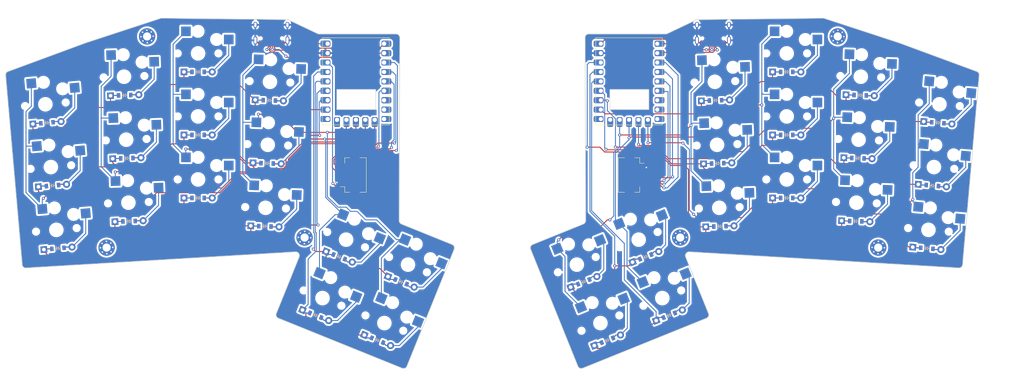
<source format=kicad_pcb>
(kicad_pcb (version 20240108) (generator "pcbnew") (generator_version "8.99")
  (title_block (title "tenshi") (rev "v1.0.0") (company "Unknown"))
  (layers (0 "F.Cu" signal) (31 "B.Cu" signal) (34 "B.Paste" user) (35 "F.Paste" user) (36 "B.SilkS" user "B.Silkscreen") (37 "F.SilkS" user "F.Silkscreen") (38 "B.Mask" user) (39 "F.Mask" user) (44 "Edge.Cuts" user))
  (net 0 "")
  (net 1 "lGP9")
  (net 2 "pinky_bottom")
  (net 3 "pinky_middle")
  (net 4 "pinky_top")
  (net 5 "lGP10")
  (net 6 "ring_bottom")
  (net 7 "ring_middle")
  (net 8 "ring_top")
  (net 9 "lGP11")
  (net 10 "middle_bottom")
  (net 11 "middle_middle")
  (net 12 "middle_top")
  (net 13 "lGP12")
  (net 14 "index_bottom")
  (net 15 "index_middle")
  (net 16 "index_top")
  (net 17 "inner_bottom")
  (net 18 "inner_top")
  (net 19 "outer_bottom")
  (net 20 "outer_top")
  (net 21 "lGP27")
  (net 22 "lGP26")
  (net 23 "lGP15")
  (net 24 "lGP28")
  (net 25 "lGP29")
  (net 26 "rGP9")
  (net 27 "mirror_pinky_bottom")
  (net 28 "mirror_pinky_middle")
  (net 29 "mirror_pinky_top")
  (net 30 "rGP10")
  (net 31 "mirror_ring_bottom")
  (net 32 "mirror_ring_middle")
  (net 33 "mirror_ring_top")
  (net 34 "rGP11")
  (net 35 "mirror_middle_bottom")
  (net 36 "mirror_middle_middle")
  (net 37 "mirror_middle_top")
  (net 38 "rGP12")
  (net 39 "mirror_index_bottom")
  (net 40 "mirror_index_middle")
  (net 41 "mirror_index_top")
  (net 42 "mirror_inner_bottom")
  (net 43 "mirror_inner_top")
  (net 44 "mirror_outer_bottom")
  (net 45 "mirror_outer_top")
  (net 46 "rGP27")
  (net 47 "rGP26")
  (net 48 "rGP15")
  (net 49 "rGP28")
  (net 50 "rGP29")
  (net 51 "lP5V")
  (net 52 "lGND")
  (net 53 "lP3V3")
  (net 54 "lGP14")
  (net 55 "lGP13")
  (net 56 "lGP8")
  (net 57 "lGP7")
  (net 58 "lGP6")
  (net 59 "lGP5")
  (net 60 "lGP4")
  (net 61 "lGP3")
  (net 62 "lGP2")
  (net 63 "lGP1")
  (net 64 "lGP0")
  (net 65 "rP5V")
  (net 66 "rGND")
  (net 67 "rP3V3")
  (net 68 "rGP14")
  (net 69 "rGP13")
  (net 70 "rGP8")
  (net 71 "rGP7")
  (net 72 "rGP6")
  (net 73 "rGP5")
  (net 74 "rGP4")
  (net 75 "rGP3")
  (net 76 "rGP2")
  (net 77 "rGP1")
  (net 78 "rGP0")
  (footprint "ComboDiode" (layer "F.Cu") (at 245.618898 77.665187 -2)
    (property "Reference" "D20" (hide yes))
    (property "Value" "" (hide yes))
  )
  (footprint "PG1350" (layer "F.Cu") (at 68.22759 49.39856)
    (property "Reference" "S8" (hide yes))
    (property "Value" "" (hide yes))
  )
  (footprint "PG1350" (layer "F.Cu") (at 101.787113 98.399433 -22)
    (property "Reference" "S13" (hide yes))
    (property "Value" "" (hide yes))
  )
  (footprint "ComboDiode" (layer "F.Cu") (at 208.975253 79.045514 2)
    (property "Reference" "D26" (hide yes))
    (property "Value" "" (hide yes))
  )
  (footprint "Aafootprints:wing-right" (layer "F.Cu") (at 227.3 81.1)
    (property "Reference" "G***" (hide yes))
    (property "Value" "LOGO" (hide yes))
  )
  (footprint "PG1350" (layer "F.Cu") (at 246.386686 55.678589 -2)
    (property "Reference" "S21" (hide yes))
    (property "Value" "" (hide yes))
  )
  (footprint "PG1350" (layer "F.Cu") (at 208.207464 57.058916 2)
    (property "Reference" "S27" (hide yes))
    (property "Value" "" (hide yes))
  )
  (footprint "PG1350" (layer "F.Cu") (at 245.793395 72.668233 -2)
    (property "Reference" "S20" (hide yes))
    (property "Value" "" (hide yes))
  )
  (footprint "ComboDiode" (layer "F.Cu") (at 246.80548 43.685899 -2)
    (property "Reference" "D22" (hide yes))
    (property "Value" "" (hide yes))
  )
  (footprint "PG1350" (layer "F.Cu") (at 68.22759 32.39856)
    (property "Reference" "S9" (hide yes))
    (property "Value" "" (hide yes))
  )
  (footprint "PG1350" (layer "F.Cu") (at 227.000755 66.39856)
    (property "Reference" "S23" (hide yes))
    (property "Value" "" (hide yes))
  )
  (footprint "PG1350" (layer "F.Cu") (at 170.383611 89.380227 22)
    (property "Reference" "S32" (hide yes))
    (property "Value" "" (hide yes))
  )
  (footprint "ComboDiode" (layer "F.Cu") (at 87.439675 45.066226 -2)
    (property "Reference" "D12" (hide yes))
    (property "Value" "" (hide yes))
  )
  (footprint "ComboDiode" (layer "F.Cu") (at 227.000755 54.39856)
    (property "Reference" "D24" (hide yes))
    (property "Value" "" (hide yes))
  )
  (footprint "PG1350" (layer "F.Cu") (at 27.036705 46.12938 5)
    (property "Reference" "S3" (hide yes))
    (property "Value" "" (hide yes))
  )
  (footprint "ComboDiode" (layer "F.Cu") (at 227.000755 71.39856)
    (property "Reference" "D23" (hide yes))
    (property "Value" "" (hide yes))
  )
  (footprint "PG1350" (layer "F.Cu") (at 246.979978 38.688945 -2)
    (property "Reference" "S22" (hide yes))
    (property "Value" "" (hide yes))
  )
  (footprint "PG1350" (layer "F.Cu") (at 87.020881 57.058916 -2)
    (property "Reference" "S11" (hide yes))
    (property "Value" "" (hide yes))
  )
  (footprint "ComboDiode" (layer "F.Cu") (at 99.91408 103.035353 -22)
    (property "Reference" "D13" (hide yes))
    (property "Value" "" (hide yes))
  )
  (footprint "ComboDiode" (layer "F.Cu") (at 172.256644 94.016146 22)
    (property "Reference" "D32" (hide yes))
    (property "Value" "" (hide yes))
  )
  (footprint "MountingHole_2.2mm_M2_Pad_Via" (layer "F.Cu") (at 43.554092 84.780851 2)
    (property "Reference" "_2" (hide yes))
    (property "Value" "")
  )
  (footprint "Aafootprints:HRO-TYPE-C-31-M-12" (layer "F.Cu") (at 207.1 22.1 180)
    (property "Reference" "REF**" (hide yes))
    (property "Value" "HRO-TYPE-C-31-M-12" (hide yes))
  )
  (footprint "PG1350" (layer "F.Cu") (at 30 80 5)
    (property "Reference" "S1" (hide yes))
    (property "Value" "" (hide yes))
  )
  (footprint "Aafootprints:wing-left" (layer "F.Cu") (at 67.9 81.1)
    (property "Reference" "G***" (hide yes))
    (property "Value" "LOGO" (hide yes))
  )
  (footprint "Aafootprints:HRO-TYPE-C-31-M-12" (layer "F.Cu") (at 88 22.1 180)
    (property "Reference" "REF**" (hide yes))
    (property "Value" "HRO-TYPE-C-31-M-12" (hide yes))
  )
  (footprint "ComboDiode" (layer "F.Cu") (at 122.971702 94.016146 -22)
    (property "Reference" "D16" (hide yes))
    (property "Value" "" (hide yes))
  )
  (footprint "MountingHole_2.2mm_M2_Pad_Via" (layer "F.Cu") (at 251.674253 84.780851 -2)
    (property "Reference" "_5" (hide yes))
    (property "Value" "")
  )
  (footprint "ComboDiode" (layer "F.Cu") (at 116.60339 109.778271 -22)
    (property "Reference" "D15" (hide yes))
    (property "Value" "" (hide yes))
  )
  (footprint "MountingHole_2.2mm_M2_Pad_Via" (layer "F.Cu") (at 240.755329 27.82509 -2)
    (property "Reference" "_4" (hide yes))
    (property "Value" "")
  )
  (footprint "ComboDiode" (layer "F.Cu") (at 68.22759 54.39856)
    (property "Reference" "D8" (hide yes))
    (property "Value" "" (hide yes))
  )
  (footprint "Connector_FFC-FPC:Hirose_FH12-12S-0.5SH_1x12-1MP_P0.50mm_Horizontal" (layer "F.Cu") (at 109.1 65.2 90)
    (property "Reference" "REF**" (hide yes))
    (property "Value" "Hirose_FH12-12S-0.5SH_1x12-1MP_P0.50mm_Horizontal" (hide yes))
  )
  (footprint "RP2040-Zero" (layer "F.Cu") (at 100.62759 52.64856)
    (property "Reference" "RP2040Zero1")
    (property "Value" "")
    (fp_line (start 5 -5.13) (end 5 -10.5) (stroke (width 0.12)) (layer "Edge.Cuts"))
    (fp_line (start 5 -5.13) (end 15.5 -5.13) (stroke (width 0.12)) (layer "Edge.Cuts"))
    (fp_line (start 15.5 -10.5) (end 5 -10.5) (stroke (width 0.12)) (layer "Edge.Cuts"))
    (fp_line (start 15.5 -10.5) (end 15.5 -5.13) (stroke (width 0.12)) (layer "Edge.Cuts"))
  )
  (footprint "PG1350" (layer "F.Cu") (at 227.000755 32.39856)
    (property "Reference" "S25" (hide yes))
    (property "Value" "" (hide yes))
  )
  (footprint "ComboDiode" (layer "F.Cu") (at 106.282392 87.273227 -22)
    (property "Reference" "D14" (hide yes))
    (property "Value" "" (hide yes))
  )
  (footprint "MountingHole_2.2mm_M2_Pad_Via" (layer "F.Cu") (at 96.95403 82.070814 -2)
    (property "Reference" "_3" (hide yes))
    (property "Value" "")
  )
  (footprint "PG1350" (layer "F.Cu") (at 268.19164 46.12938 -5)
    (property "Reference" "S19" (hide yes))
    (property "Value" "" (hide yes))
  )
  (footprint "ComboDiode" (layer "F.Cu") (at 208.381962 62.05587 2)
    (property "Reference" "D27" (hide yes))
    (property "Value" "" (hide yes))
  )
  (footprint "PG1350" (layer "F.Cu") (at 87.614173 40.069272 -2)
    (property "Reference" "S12" (hide yes))
    (property "Value" "" (hide yes))
  )
  (footprint "ComboDiode" (layer "F.Cu") (at 49.609448 77.665187 2)
    (property "Reference" "D4" (hide yes))
    (property "Value" "" (hide yes))
  )
  (footprint "ComboDiode" (layer "F.Cu") (at 28.954131 68.045664 5)
    (property "Reference" "D2" (hide yes))
    (property "Value" "" (hide yes))
  )
  (footprint "PG1350" (layer "F.Cu") (at 187.07292 82.637308 22)
    (property "Reference" "S30" (hide yes))
    (property "Value" "" (hide yes))
  )
  (footprint "ComboDiode" (layer "F.Cu") (at 267.755862 51.110354 -5)
    (property "Reference" "D19" (hide yes))
    (property "Value" "" (hide yes))
  )
  (footprint "PG1350" (layer "F.Cu") (at 28.518352 63.06469 5)
    (property "Reference" "S2" (hide yes))
    (property "Value" "" (hide yes))
  )
  (footprint "PG1350" (layer "F.Cu") (at 48.841659 55.678589 2)
    (property "Reference" "S5" (hide yes))
    (property "Value" "" (hide yes))
  )
  (footprint "RP2040-Zero" (layer "F.Cu") (at 174.310755 52.64856)
    (property "Reference" "RP2040Zero2")
    (property "Value" "")
    (fp_line (start 5 -5.13) (end 5 -10.5) (stroke (width 0.12)) (layer "Edge.Cuts"))
    (fp_line (start 5 -5.13) (end 15.5 -5.13) (stroke (width 0.12)) (layer "Edge.Cuts"))
    (fp_line (start 15.5 -10.5) (end 5 -10.5) (stroke (width 0.12)) (layer "Edge.Cuts"))
    (fp_line (start 15.5 -10.5) (end 15.5 -5.13) (stroke (width 0.12)) (layer "Edge.Cuts"))
  )
  (footprint "ComboDiode" (layer "F.Cu") (at 68.22759 71.39856)
    (property "Reference" "D7" (hide yes))
    (property "Value" "" (hide yes))
  )
  (footprint "ComboDiode" (layer "F.Cu") (at 264.792567 84.980974 -5)
    (property "Reference" "D17" (hide yes))
    (property "Value" "" (hide yes))
  )
  (footprint "PG1350" (layer "F.Cu") (at 227.000755 49.39856)
    (property "Reference" "S24" (hide yes))
    (property "Value" "" (hide yes))
  )
  (footprint "PG1350" (layer "F.Cu") (at 193.441232 98.399433 22)
    (property "Reference" "S29" (hide yes))
    (property "Value" "" (hide yes))
  )
  (footprint "ComboDiode" (layer "F.Cu") (at 195.314265 103.035353 22)
    (property "Reference" "D29" (hide yes))
    (property "Value" "" (hide yes))
  )
  (footprint "ComboDiode" (layer "F.Cu") (at 86.846384 62.05587 -2)
    (property "Reference" "D11" (hide yes))
    (property "Value" "" (hide yes))
  )
  (footprint "ComboDiode" (layer "F.Cu") (at 246.212189 60.675543 -2)
    (property "Reference" "D21" (hide yes))
    (property "Value" "" (hide yes))
  )
  (footprint "PG1350" (layer "F.Cu") (at 86.42759 74.04856 -2)
    (property "Reference" "S10" (hide yes))
    (property "Value" "" (hide yes))
  )
  (footprint "ComboDiode" (layer "F.Cu") (at 86.253092 79.045514 -2)
    (property "Reference" "D10" (hide yes))
    (property "Value" "" (hide yes))
  )
  (footprint "PG1350" (layer "F.Cu") (at 176.751923 105.142352 22)
    (property "Reference" "S31" (hide yes))
    (property "Value" "" (hide yes))
  )
  (footprint "PG1350" (layer "F.Cu") (at 265.228345 80 -5)
    (property "Reference" "S17" (hide yes))
    (property "Value" "" (hide yes))
  )
  (footprint "PG1350" (layer "F.Cu") (at 208.800755 74.04856 2)
    (property "Reference" "S26" (hide yes))
    (property "Value" "" (hide yes))
  )
  (footprint "ComboDiode" (layer "F.Cu") (at 207.78867 45.066226 2)
    (property "Reference" "D28" (hide yes))
    (property "Value" "" (hide yes))
  )
  (footprint "PG1350" (layer "F.Cu") (at 68.22759 66.39856)
    (property "Reference" "S7" (hide yes))
    (property "Value" "" (hide yes))
  )
  (footprint "PG1350" (layer "F.Cu") (at 207.614173 40.069272 2)
    (property "Reference" "S28" (hide yes))
    (property "Value" "" (hide yes))
  )
  (footprint "PG1350" (layer "F.Cu") (at 118.476423 105.142352 -22)
    (property "Reference" "S15" (hide yes))
    (property "Value" "" (hide yes))
  )
  (footprint "ComboDiode" (layer "F.Cu") (at 48.422865 43.685899 2)
    (property "Reference" "D6" (hide yes))
    (property "Value" "" (hide yes))
  )
  (footprint "ComboDiode" (layer "F.Cu") (at 178.624956 109.778271 22)
    (property "Reference" "D31" (hide yes))
    (property "Value" "" (hide yes))
  )
  (footprint "PG1350" (layer "F.Cu") (at 266.709993 63.06469 -5)
    (property "Reference" "S18" (hide yes))
    (property "Value" "" (hide yes))
  )
  (footprint "PG1350" (layer "F.Cu") (at 108.155425 82.637308 -22)
    (property "Reference" "S14" (hide yes))
    (property "Value" "" (hide yes))
  )
  (footprint "PG1350" (layer "F.Cu") (at 124.844735 89.380227 -22)
    (property "Reference" "S16" (hide yes))
    (property "Value" "" (hide yes))
  )
  (footprint "MountingHole_2.2mm_M2_Pad_Via" (layer "F.Cu") (at 54.473016 27.82509 2)
    (property "Reference" "_1" (hide yes))
    (property "Value" "")
  )
  (footprint "PG1350" (layer "F.Cu") (at 49.43495 72.668233 2)
    (property "Reference" "S4" (hide yes))
    (property "Value" "" (hide yes))
  )
  (footprint "MountingHole_2.2mm_M2_Pad_Via" (layer "F.Cu") (at 198.274316 82.070814 2)
    (property "Reference" "_6" (hide yes))
    (property "Value" "")
  )
  (footprint "PG1350" (layer "F.Cu") (at 48.248367 38.688945 2)
    (property "Reference" "S6" (hide yes))
    (property "Value" "" (hide yes))
  )
  (footprint "ComboDiode" (layer "F.Cu") (at 266.274214 68.045664 -5)
    (property "Reference" "D18" (hide yes))
    (property "Value" "" (hide yes))
  )
  (footprint "ComboDiode" (layer "F.Cu") (at 49.016156 60.675543 2)
    (property "Reference" "D5" (hide yes))
    (property "Value" "" (hide yes))
  )
  (footprint "ComboDiode" (layer "F.Cu") (at 68.22759 37.39856)
    (property "Reference" "D9" (hide yes))
    (property "Value" "" (hide yes))
  )
  (footprint "ComboDiode" (layer "F.Cu") (at 30.435779 84.980974 5)
    (property "Reference" "D1" (hide yes))
    (property "Value" "" (hide yes))
  )
  (footprint "ComboDiode" (layer "F.Cu") (at 227.000755 37.39856)
    (property "Reference" "D25" (hide yes))
    (property "Value" "" (hide yes))
  )
  (footprint "ComboDiode" (layer "F.Cu") (at 27.472484 51.110354 5)
    (property "Reference" "D3" (hide yes))
    (property "Value" "" (hide yes))
  )
  (footprint "Connector_FFC-FPC:Hirose_FH12-12S-0.5SH_1x12-1MP_P0.50mm_Horizontal" (layer "F.Cu") (at 186.05 65.2 -90)
    (property "Reference" "REF**" (hide yes))
    (property "Value" "Hirose_FH12-12S-0.5SH_1x12-1MP_P0.50mm_Horizontal" (hide yes))
  )
  (footprint "ComboDiode" (layer "F.Cu") (at 188.945953 87.273227 22)
    (property "Reference" "D30" (hide yes))
    (property "Value" "" (hide yes))
  )
  (gr_arc (start 58.070546 22.949956) (mid 58.22965 22.911963) (end 58.392819 22.900416) (stroke (width 0.15)) (layer "Edge.Cuts"))
  (gr_line (start 172.603863 28.151658) (end 172.756728 77.497737) (stroke (width 0.15)) (layer "Edge.Cuts"))
  (gr_arc (start 123.097006 78.428018) (mid 122.64171 78.058743) (end 122.471617 77.497737) (stroke (width 0.15)) (layer "Edge.Cuts"))
  (gr_line (start 89.331119 102.53443) (end 95.481276 87.312256) (stroke (width 0.15)) (layer "Edge.Cuts"))
  (gr_arc (start 136.748152 83.943439) (mid 137.29405 84.479892) (end 137.300729 85.24523) (stroke (width 0.15)) (layer "Edge.Cuts"))
  (gr_line (start 124.564105 116.769481) (end 137.300729 85.24523) (stroke (width 0.15)) (layer "Edge.Cuts"))
  (gr_line (start 123.097006 78.428018) (end 136.748152 83.943439) (stroke (width 0.15)) (layer "Edge.Cuts"))
  (gr_arc (start 124.564105 116.76948) (mid 124.027653 117.315379) (end 123.262315 117.322058) (stroke (width 0.15)) (layer "Edge.Cuts"))
  (gr_arc (start 16.313363 38.298157) (mid 16.465033 37.675484) (end 16.96357 37.272762) (stroke (width 0.15)) (layer "Edge.Cuts"))
  (gr_line (start 92.696015 23.377891) (end 100.42384 27.051697) (stroke (width 0.15)) (layer "Edge.Cuts"))
  (gr_arc (start 94.494493 85.939428) (mid 95.366089 86.35399) (end 95.481276 87.312256) (stroke (width 0.15)) (layer "Edge.Cuts"))
  (gr_arc (start 21.837046 90.277432) (mid 21.124138 90.036301) (end 20.781253 89.366366) (stroke (width 0.15)) (layer "Edge.Cuts"))
  (gr_arc (start 37.905551 29.550129) (mid 37.922969 29.543888) (end 37.9405 29.537971) (stroke (width 0.15)) (layer "Edge.Cuts"))
  (gr_line (start 37.9405 29.537971) (end 58.070546 22.949956) (stroke (width 0.15)) (layer "Edge.Cuts"))
  (gr_arc (start 202.53233 23.377892) (mid 202.736135 23.306797) (end 202.950448 23.281092) (stroke (width 0.15)) (layer "Edge.Cuts"))
  (gr_arc (start 236.835526 22.900416) (mid 236.998695 22.911962) (end 237.157799 22.949956) (stroke (width 0.15)) (layer "Edge.Cuts"))
  (gr_line (start 172.131339 78.428018) (end 158.480193 83.943439) (stroke (width 0.15)) (layer "Edge.Cuts"))
  (gr_arc (start 199.747069 87.312257) (mid 199.862255 86.35399) (end 200.733852 85.939427) (stroke (width 0.15)) (layer "Edge.Cuts"))
  (gr_line (start 16.96357 37.272762) (end 37.905551 29.550129) (stroke (width 0.15)) (layer "Edge.Cuts"))
  (gr_line (start 100.853192 27.14856) (end 121.624487 27.14856) (stroke (width 0.15)) (layer "Edge.Cuts"))
  (gr_line (start 122.624482 28.151658) (end 122.471617 77.497737) (stroke (width 0.15)) (layer "Edge.Cuts"))
  (gr_line (start 94.494493 85.939427) (end 21.837046 90.277433) (stroke (width 0.15)) (layer "Edge.Cuts"))
  (gr_line (start 194.375154 27.14856) (end 173.603858 27.14856) (stroke (width 0.15)) (layer "Edge.Cuts"))
  (gr_line (start 236.835526 22.900416) (end 202.950448 23.281092) (stroke (width 0.15)) (layer "Edge.Cuts"))
  (gr_arc (start 257.287845 29.537971) (mid 257.305376 29.543888) (end 257.322794 29.550129) (stroke (width 0.15)) (layer "Edge.Cuts"))
  (gr_arc (start 157.927616 85.24523) (mid 157.934295 84.479892) (end 158.480193 83.943439) (stroke (width 0.15)) (layer "Edge.Cuts"))
  (gr_line (start 205.897227 102.53443) (end 199.747069 87.312256) (stroke (width 0.15)) (layer "Edge.Cuts"))
  (gr_arc (start 171.966031 117.322058) (mid 171.200693 117.315379) (end 170.66424 116.769481) (stroke (width 0.15)) (layer "Edge.Cuts"))
  (gr_line (start 278.264775 37.272762) (end 257.322794 29.550129) (stroke (width 0.15)) (layer "Edge.Cuts"))
  (gr_arc (start 274.447093 89.366366) (mid 274.104208 90.036301) (end 273.391299 90.277433) (stroke (width 0.15)) (layer "Edge.Cuts"))
  (gr_arc (start 172.756728 77.497737) (mid 172.586635 78.058743) (end 172.131339 78.428018) (stroke (width 0.15)) (layer "Edge.Cuts"))
  (gr_arc (start 172.603863 28.151658) (mid 172.895657 27.44255) (end 173.603858 27.14856) (stroke (width 0.15)) (layer "Edge.Cuts"))
  (gr_line (start 20.781253 89.366366) (end 16.313363 38.298156) (stroke (width 0.15)) (layer "Edge.Cuts"))
  (gr_line (start 123.262315 117.322058) (end 89.883696 103.836221) (stroke (width 0.15)) (layer "Edge.Cuts"))
  (gr_arc (start 89.883696 103.836221) (mid 89.337798 103.299768) (end 89.331119 102.53443) (stroke (width 0.15)) (layer "Edge.Cuts"))
  (gr_arc (start 278.264774 37.272762) (mid 278.763311 37.675484) (end 278.914982 38.298156) (stroke (width 0.15)) (layer "Edge.Cuts"))
  (gr_arc (start 194.804505 27.051698) (mid 194.595225 27.124044) (end 194.375154 27.14856) (stroke (width 0.15)) (layer "Edge.Cuts"))
  (gr_line (start 157.927616 85.24523) (end 170.66424 116.769481) (stroke (width 0.15)) (layer "Edge.Cuts"))
  (gr_line (start 200.733852 85.939427) (end 273.391299 90.277433) (stroke (width 0.15)) (layer "Edge.Cuts"))
  (gr_arc (start 205.897227 102.534431) (mid 205.890548 103.299769) (end 205.344649 103.836221) (stroke (width 0.15)) (layer "Edge.Cuts"))
  (gr_line (start 171.966031 117.322058) (end 205.344649 103.836221) (stroke (width 0.15)) (layer "Edge.Cuts"))
  (gr_line (start 274.447093 89.366366) (end 278.914982 38.298156) (stroke (width 0.15)) (layer "Edge.Cuts"))
  (gr_arc (start 100.853191 27.14856) (mid 100.63312 27.124044) (end 100.42384 27.051697) (stroke (width 0.15)) (layer "Edge.Cuts"))
  (gr_arc (start 121.624487 27.14856) (mid 122.332688 27.442549) (end 122.624482 28.151658) (stroke (width 0.15)) (layer "Edge.Cuts"))
  (gr_line (start 58.392819 22.900416) (end 92.277897 23.281092) (stroke (width 0.15)) (layer "Edge.Cuts"))
  (gr_arc (start 92.277897 23.281092) (mid 92.49221 23.306796) (end 92.696015 23.377891) (stroke (width 0.15)) (layer "Edge.Cuts"))
  (gr_line (start 257.287845 29.537971) (end 237.157799 22.949956) (stroke (width 0.15)) (layer "Edge.Cuts"))
  (gr_line (start 202.53233 23.377891) (end 194.804505 27.051697) (stroke (width 0.15)) (layer "Edge.Cuts"))
  (segment (start 56.2 70.8) (end 52.1 70.8) (width 0.25) (layer "F.Cu") (net 1))
  (segment (start 110.872792 54.5) (end 108.622792 56.75) (width 0.25) (layer "F.Cu") (net 1))
  (segment (start 38.4 70.4) (end 38.3 70.5) (width 0.25) (layer "F.Cu") (net 1))
  (segment (start 115.86759 53.43241) (end 114.8 54.5) (width 0.25) (layer "F.Cu") (net 1))
  (segment (start 91.832988 64.85) (end 79.186396 64.85) (width 0.25) (layer "F.Cu") (net 1))
  (segment (start 115.86759 50.31856) (end 115.86759 53.43241) (width 0.25) (layer "F.Cu") (net 1))
  (segment (start 98.022792 56.75) (end 93.488663 61.284129) (width 0.25) (layer "F.Cu") (net 1))
  (segment (start 79.186396 64.85) (end 74.059211 69.977185) (width 0.25) (layer "F.Cu") (net 1))
  (segment (start 108.622792 56.75) (end 98.022792 56.75) (width 0.25) (layer "F.Cu") (net 1))
  (segment (start 51.7 70.4) (end 38.4 70.4) (width 0.25) (layer "F.Cu") (net 1))
  (segment (start 114.8 54.5) (end 110.872792 54.5) (width 0.25) (layer "F.Cu") (net 1))
  (segment (start 52.1 70.8) (end 51.7 70.4) (width 0.25) (layer "F.Cu") (net 1))
  (segment (start 93.488663 63.194325) (end 91.832988 64.85) (width 0.25) (layer "F.Cu") (net 1))
  (segment (start 57.022815 69.977185) (end 56.2 70.8) (width 0.25) (layer "F.Cu") (net 1))
  (segment (start 93.488663 61.284129) (end 93.488663 63.194325) (width 0.25) (layer "F.Cu") (net 1))
  (segment (start 74.059211 69.977185) (end 57.022815 69.977185) (width 0.25) (layer "F.Cu") (net 1))
  (segment (start 27.5 70.5) (end 26.5 71.5) (width 0.25) (layer "F.Cu") (net 1))
  (segment (start 38.3 70.5) (end 27.5 70.5) (width 0.25) (layer "F.Cu") (net 1))
  (via (at 26.5 71.5) (size 0.8) (drill 0.4) (layers "F.Cu" "B.Cu") (net 1))
  (segment (start 21.990614 57.422767) (end 21.813381 57.6) (width 0.25) (layer "B.Cu") (net 1))
  (segment (start 21.813381 57.6) (end 21.813381 69.952572) (width 0.25) (layer "B.Cu") (net 1))
  (segment (start 115.86759 50.31856) (end 115.86759 50.694958) (width 0.25) (layer "B.Cu") (net 1))
  (segment (start 23.255591 40.487457) (end 23.255591 46.644464) (width 0.25) (layer "B.Cu") (net 1))
  (segment (start 23.255591 46.644464) (end 21.813381 48.086674) (width 0.25) (layer "B.Cu") (net 1))
  (segment (start 24.737238 57.422767) (end 21.990614 57.422767) (width 0.25) (layer "B.Cu") (net 1))
  (segment (start 21.813381 48.086674) (end 21.813381 57.6) (width 0.25) (layer "B.Cu") (net 1))
  (segment (start 21.813381 69.952572) (end 26.218886 74.358077) (width 0.25) (layer "B.Cu") (net 1))
  (segment (start 26.218886 71.781114) (end 26.218886 74.358077) (width 0.25) (layer "B.Cu") (net 1))
  (segment (start 26.5 71.5) (end 26.218886 71.781114) (width 0.25) (layer "B.Cu") (net 1))
  (segment (start 32.267756 84.648911) (end 32.0795 84.837167) (width 0.25) (layer "F.Cu") (net 2))
  (segment (start 34.231281 84.648911) (end 32.267756 84.648911) (width 0.25) (layer "F.Cu") (net 2))
  (segment (start 37.916677 80.963515) (end 34.231281 84.648911) (width 0.25) (layer "B.Cu") (net 2))
  (segment (start 37.916677 75.543056) (end 37.916677 80.963515) (width 0.25) (layer "B.Cu") (net 2))
  (segment (start 34.231281 84.648911) (end 32.267756 84.648911) (width 0.25) (layer "B.Cu") (net 2))
  (segment (start 32.267756 84.648911) (end 32.0795 84.837167) (width 0.25) (layer "B.Cu") (net 2))
  (segment (start 30.786108 67.713601) (end 30.597852 67.901857) (width 0.25) (layer "F.Cu") (net 3))
  (segment (start 32.749633 67.713601) (end 30.786108 67.713601) (width 0.25) (layer "F.Cu") (net 3))
  (segment (start 36.435029 64.028205) (end 32.749633 67.713601) (width 0.25) (layer "B.Cu") (net 3))
  (segment (start 36.435029 58.607746) (end 36.435029 64.028205) (width 0.25) (layer "B.Cu") (net 3))
  (segment (start 32.749633 67.713601) (end 30.786108 67.713601) (width 0.25) (layer "B.Cu") (net 3))
  (segment (start 30.786108 67.713601) (end 30.597852 67.901857) (width 0.25) (layer "B.Cu") (net 3))
  (segment (start 29.304461 50.778291) (end 29.116205 50.966547) (width 0.25) (layer "F.Cu") (net 4))
  (segment (start 31.267986 50.778291) (end 29.304461 50.778291) (width 0.25) (layer "F.Cu") (net 4))
  (segment (start 34.953382 47.092895) (end 31.267986 50.778291) (width 0.25) (layer "B.Cu") (net 4))
  (segment (start 34.953382 41.672436) (end 34.953382 47.092895) (width 0.25) (layer "B.Cu") (net 4))
  (segment (start 29.304461 50.778291) (end 29.116205 50.966547) (width 0.25) (layer "B.Cu") (net 4))
  (segment (start 31.267986 50.778291) (end 29.304461 50.778291) (width 0.25) (layer "B.Cu") (net 4))
  (segment (start 74.7 68.7) (end 61.4 68.7) (width 0.25) (layer "F.Cu") (net 5))
  (segment (start 108.436396 56.3) (end 97.836396 56.3) (width 0.25) (layer "F.Cu") (net 5))
  (segment (start 46 64.3) (end 45.9 64.4) (width 0.25) (layer "F.Cu") (net 5))
  (segment (start 79 64.4) (end 74.7 68.7) (width 0.25) (layer "F.Cu") (net 5))
  (segment (start 110.686396 54.05) (end 108.436396 56.3) (width 0.25) (layer "F.Cu") (net 5))
  (segment (start 97.836396 56.3) (end 93.038663 61.097733) (width 0.25) (layer "F.Cu") (net 5))
  (segment (start 57 64.3) (end 46 64.3) (width 0.25) (layer "F.Cu") (net 5))
  (segment (start 113.32759 50.31856) (end 113.32759 53.47241) (width 0.25) (layer "F.Cu") (net 5))
  (segment (start 113.32759 53.47241) (end 112.75 54.05) (width 0.25) (layer "F.Cu") (net 5))
  (segment (start 61.4 68.7) (end 57 64.3) (width 0.25) (layer "F.Cu") (net 5))
  (segment (start 93.038663 63.007929) (end 91.646592 64.4) (width 0.25) (layer "F.Cu") (net 5))
  (segment (start 91.646592 64.4) (end 79 64.4) (width 0.25) (layer "F.Cu") (net 5))
  (segment (start 93.038663 61.097733) (end 93.038663 63.007929) (width 0.25) (layer "F.Cu") (net 5))
  (segment (start 112.75 54.05) (end 110.686396 54.05) (width 0.25) (layer "F.Cu") (net 5))
  (via (at 45.9 64.4) (size 0.8) (drill 0.4) (layers "F.Cu" "B.Cu") (net 5))
  (segment (start 42.1 49.8) (end 42.1 62.98186) (width 0.25) (layer "B.Cu") (net 5))
  (segment (start 42.1 62.98186) (end 45.954293 66.836153) (width 0.25) (layer "B.Cu") (net 5))
  (segment (start 45.9 66.78186) (end 45.954293 66.836153) (width 0.25) (layer "B.Cu") (net 5))
  (segment (start 45.361002 49.846509) (end 42.146509 49.846509) (width 0.25) (layer "B.Cu") (net 5))
  (segment (start 42.1 41.266293) (end 42.1 49.8) (width 0.25) (layer "B.Cu") (net 5))
  (segment (start 44.76771 32.856865) (end 44.76771 38.598583) (width 0.25) (layer "B.Cu") (net 5))
  (segment (start 42.146509 49.846509) (end 42.1 49.8) (width 0.25) (layer "B.Cu") (net 5))
  (segment (start 44.76771 38.598583) (end 42.1 41.266293) (width 0.25) (layer "B.Cu") (net 5))
  (segment (start 45.9 64.4) (end 45.9 66.78186) (width 0.25) (layer "B.Cu") (net 5))
  (segment (start 51.333826 77.53222) (end 51.258443 77.607603) (width 0.25) (layer "F.Cu") (net 6))
  (segment (start 53.417127 77.53222) (end 51.333826 77.53222) (width 0.25) (layer "F.Cu") (net 6))
  (segment (start 51.333826 77.53222) (end 51.258443 77.607603) (width 0.25) (layer "B.Cu") (net 6))
  (segment (start 53.417127 77.53222) (end 51.333826 77.53222) (width 0.25) (layer "B.Cu") (net 6))
  (segment (start 57.574036 73.375311) (end 53.417127 77.53222) (width 0.25) (layer "B.Cu") (net 6))
  (segment (start 57.574036 68.631724) (end 57.574036 73.375311) (width 0.25) (layer "B.Cu") (net 6))
  (segment (start 50.740534 60.542576) (end 50.665151 60.617959) (width 0.25) (layer "F.Cu") (net 7))
  (segment (start 52.823835 60.542576) (end 50.740534 60.542576) (width 0.25) (layer "F.Cu") (net 7))
  (segment (start 56.980745 51.64208) (end 56.980745 56.385666) (width 0.25) (layer "B.Cu") (net 7))
  (segment (start 52.823835 60.542576) (end 50.740534 60.542576) (width 0.25) (layer "B.Cu") (net 7))
  (segment (start 50.740534 60.542576) (end 50.665151 60.617959) (width 0.25) (layer "B.Cu") (net 7))
  (segment (start 56.980745 56.385666) (end 52.823835 60.542576) (width 0.25) (layer "B.Cu") (net 7))
  (segment (start 52.230544 43.552932) (end 50.147243 43.552932) (width 0.25) (layer "F.Cu") (net 8))
  (segment (start 50.147243 43.552932) (end 50.07186 43.628315) (width 0.25) (layer "F.Cu") (net 8))
  (segment (start 56.387453 39.396023) (end 52.230544 43.552932) (width 0.25) (layer "B.Cu") (net 8))
  (segment (start 52.230544 43.552932) (end 50.147243 43.552932) (width 0.25) (layer "B.Cu") (net 8))
  (segment (start 56.387453 34.652436) (end 56.387453 39.396023) (width 0.25) (layer "B.Cu") (net 8))
  (segment (start 50.147243 43.552932) (end 50.07186 43.628315) (width 0.25) (layer "B.Cu") (net 8))
  (segment (start 110.78759 53.31241) (end 110.78759 50.31856) (width 0.25) (layer "F.Cu") (net 9))
  (segment (start 102.375 55.5) (end 108.6 55.5) (width 0.25) (layer "F.Cu") (net 9))
  (segment (start 98 55.5) (end 92.588663 60.911337) (width 0.25) (layer "F.Cu") (net 9))
  (segment (start 108.6 55.5) (end 110.78759 53.31241) (width 0.25) (layer "F.Cu") (net 9))
  (segment (start 102.375 55.5) (end 98 55.5) (width 0.25) (layer "F.Cu") (net 9))
  (segment (start 82.716337 63.916337) (end 77 58.2) (width 0.25) (layer "F.Cu") (net 9))
  (segment (start 77 58.2) (end 64.9 58.2) (width 0.25) (layer "F.Cu") (net 9))
  (segment (start 91.420059 63.916337) (end 82.716337 63.916337) (width 0.25) (layer "F.Cu") (net 9))
  (segment (start 92.588663 62.747733) (end 91.420059 63.916337) (width 0.25) (layer "F.Cu") (net 9))
  (segment (start 92.588663 60.911337) (end 92.588663 62.747733) (width 0.25) (layer "F.Cu") (net 9))
  (via (at 102.375 55.5) (size 0.8) (drill 0.4) (layers "F.Cu" "B.Cu") (net 9))
  (via (at 64.9 58.2) (size 0.8) (drill 0.4) (layers "F.Cu" "B.Cu") (net 9))
  (segment (start 64.9 58.2) (end 64.9 60.39597) (width 0.25) (layer "B.Cu") (net 9))
  (segment (start 110.78759 52.11241) (end 110.78759 50.31856) (width 0.25) (layer "B.Cu") (net 9))
  (segment (start 107.347807 75.893727) (end 105.206273 75.893727) (width 0.25) (layer "B.Cu") (net 9))
  (segment (start 61.50169 56.99766) (end 64.95259 60.44856) (width 0.25) (layer "B.Cu") (net 9))
  (segment (start 100.979495 80.120505) (end 100.979495 91.655852) (width 0.25) (layer "B.Cu") (net 9))
  (segment (start 102.375 55.5) (end 102.65 55.775) (width 0.25) (layer "B.Cu") (net 9))
  (segment (start 102.65 55.775) (end 102.65 71.25) (width 0.25) (layer "B.Cu") (net 9))
  (segment (start 61.50169 29.89946) (end 61.50169 43.5) (width 0.25) (layer "B.Cu") (net 9))
  (segment (start 61.55313 43.44856) (end 61.50169 43.5) (width 0.25) (layer "B.Cu") (net 9))
  (segment (start 61.50169 43.5) (end 61.50169 56.99766) (width 0.25) (layer "B.Cu") (net 9))
  (segment (start 102.65 71.25) (end 103.84592 72.44592) (width 0.25) (layer "B.Cu") (net 9))
  (segment (start 64.95259 26.44856) (end 61.50169 29.89946) (width 0.25) (layer "B.Cu") (net 9))
  (segment (start 64.9 60.39597) (end 64.95259 60.44856) (width 0.25) (layer "B.Cu") (net 9))
  (segment (start 103.9 72.44592) (end 107.347807 75.893727) (width 0.25) (layer "B.Cu") (net 9))
  (segment (start 64.95259 43.44856) (end 61.55313 43.44856) (width 0.25) (layer "B.Cu") (net 9))
  (segment (start 103.84592 72.44592) (end 103.9 72.44592) (width 0.25) (layer "B.Cu") (net 9))
  (segment (start 105.206273 75.893727) (end 100.979495 80.120505) (width 0.25) (layer "B.Cu") (net 9))
  (segment (start 72.03759 71.39856) (end 69.87759 71.39856) (width 0.25) (layer "F.Cu") (net 10))
  (segment (start 76.50259 62.64856) (end 76.50259 66.93356) (width 0.25) (layer "B.Cu") (net 10))
  (segment (start 76.50259 66.93356) (end 72.03759 71.39856) (width 0.25) (layer "B.Cu") (net 10))
  (segment (start 72.03759 71.39856) (end 69.87759 71.39856) (width 0.25) (layer "B.Cu") (net 10))
  (segment (start 72.03759 54.39856) (end 69.87759 54.39856) (width 0.25) (layer "F.Cu") (net 11))
  (segment (start 72.03759 54.39856) (end 69.87759 54.39856) (width 0.25) (layer "B.Cu") (net 11))
  (segment (start 76.50259 49.93356) (end 72.03759 54.39856) (width 0.25) (layer "B.Cu") (net 11))
  (segment (start 76.50259 45.64856) (end 76.50259 49.93356) (width 0.25) (layer "B.Cu") (net 11))
  (segment (start 72.03759 37.39856) (end 69.87759 37.39856) (width 0.25) (layer "F.Cu") (net 12))
  (segment (start 76.50259 28.64856) (end 76.50259 32.93356) (width 0.25) (layer "B.Cu") (net 12))
  (segment (start 72.03759 37.39856) (end 69.87759 37.39856) (width 0.25) (layer "B.Cu") (net 12))
  (segment (start 76.50259 32.93356) (end 72.03759 37.39856) (width 0.25) (layer "B.Cu") (net 12))
  (segment (start 108.2 53.7) (end 103.1 53.7) (width 0.25) (layer "F.Cu") (net 13))
  (segment (start 108.2 50.742548) (end 108.2 53.7) (width 0.25) (layer "F.Cu") (net 13))
  (segment (start 103.1 53.7) (end 95.01466 53.7) (width 0.25) (layer "F.Cu") (net 13))
  (segment (start 95.01466 53.7) (end 90.11466 48.8) (width 0.25) (layer "F.Cu") (net 13))
  (segment (start 108.24759 50.694958) (end 108.2 50.742548) (width 0.25) (layer "F.Cu") (net 13))
  (segment (start 108.24759 50.31856) (end 108.24759 50.694958) (width 0.25) (layer "F.Cu") (net 13))
  (segment (start 90.11466 48.8) (end 84.5 48.8) (width 0.25) (layer "F.Cu") (net 13))
  (via (at 84.5 48.8) (size 0.8) (drill 0.4) (layers "F.Cu" "B.Cu") (net 13))
  (via (at 103.1 53.7) (size 0.8) (drill 0.4) (layers "F.Cu" "B.Cu") (net 13))
  (segment (start 113.4 77.3) (end 111.1 75) (width 0.25) (layer "B.Cu") (net 13))
  (segment (start 84.5 50.453773) (end 83.955528 50.998245) (width 0.25) (layer "B.Cu") (net 13))
  (segment (start 122.635021 82.636646) (end 117.668805 87.602862) (width 0.25) (layer "B.Cu") (net 13))
  (segment (start 105.990476 73.9) (end 104.086396 71.99592) (width 0.25) (layer "B.Cu") (net 13))
  (segment (start 83.955528 50.998245) (end 80.300086 50.998245) (width 0.25) (layer "B.Cu") (net 13))
  (segment (start 108.200777 73.876399) (end 106.494837 73.876399) (width 0.25) (layer "B.Cu") (net 13))
  (segment (start 106.471236 73.9) (end 105.990476 73.9) (width 0.25) (layer "B.Cu") (net 13))
  (segment (start 111.1 75) (end 109.324378 75) (width 0.25) (layer "B.Cu") (net 13))
  (segment (start 116.4 77.3) (end 113.4 77.3) (width 0.25) (layer "B.Cu") (net 13))
  (segment (start 80.298331 64.923983) (end 83.362237 67.987889) (width 0.25) (layer "B.Cu") (net 13))
  (segment (start 121.736646 82.636646) (end 116.4 77.3) (width 0.25) (layer "B.Cu") (net 13))
  (segment (start 80.300086 50.998245) (end 80.298331 51) (width 0.25) (layer "B.Cu") (net 13))
  (segment (start 117.668805 87.602862) (end 117.668805 98.398771) (width 0.25) (layer "B.Cu") (net 13))
  (segment (start 108.3 50.37097) (end 108.24759 50.31856) (width 0.25) (layer "B.Cu") (net 13))
  (segment (start 104.032316 71.99592) (end 103.1 71.063604) (width 0.25) (layer "B.Cu") (net 13))
  (segment (start 84.5 48.8) (end 84.5 50.453773) (width 0.25) (layer "B.Cu") (net 13))
  (segment (start 124.037117 82.636646) (end 121.736646 82.636646) (width 0.25) (layer "B.Cu") (net 13))
  (segment (start 80.298331 38.25909) (end 80.298331 51) (width 0.25) (layer "B.Cu") (net 13))
  (segment (start 84.54882 34.008601) (end 80.298331 38.25909) (width 0.25) (layer "B.Cu") (net 13))
  (segment (start 104.086396 71.99592) (end 104.032316 71.99592) (width 0.25) (layer "B.Cu") (net 13))
  (segment (start 109.324378 75) (end 108.200777 73.876399) (width 0.25) (layer "B.Cu") (net 13))
  (segment (start 124.037117 82.636646) (end 122.635021 82.636646) (width 0.25) (layer "B.Cu") (net 13))
  (segment (start 80.298331 51) (end 80.298331 64.923983) (width 0.25) (layer "B.Cu") (net 13))
  (segment (start 106.494837 73.876399) (end 106.471236 73.9) (width 0.25) (layer "B.Cu") (net 13))
  (segment (start 103.1 71.063604) (end 103.1 53.7) (width 0.25) (layer "B.Cu") (net 13))
  (segment (start 90.060771 79.178481) (end 87.97747 79.178481) (width 0.25) (layer "F.Cu") (net 14))
  (segment (start 87.97747 79.178481) (end 87.902087 79.103098) (width 0.25) (layer "F.Cu") (net 14))
  (segment (start 90.060771 79.178481) (end 87.97747 79.178481) (width 0.25) (layer "B.Cu") (net 14))
  (segment (start 87.97747 79.178481) (end 87.902087 79.103098) (width 0.25) (layer "B.Cu") (net 14))
  (segment (start 94.828422 74.41083) (end 90.060771 79.178481) (width 0.25) (layer "B.Cu") (net 14))
  (segment (start 94.828422 70.589638) (end 94.828422 74.41083) (width 0.25) (layer "B.Cu") (net 14))
  (segment (start 90.654063 62.188837) (end 88.570762 62.188837) (width 0.25) (layer "F.Cu") (net 15))
  (segment (start 88.570762 62.188837) (end 88.495379 62.113454) (width 0.25) (layer "F.Cu") (net 15))
  (segment (start 95.421713 53.599994) (end 95.421713 57.421187) (width 0.25) (layer "B.Cu") (net 15))
  (segment (start 88.570762 62.188837) (end 88.495379 62.113454) (width 0.25) (layer "B.Cu") (net 15))
  (segment (start 90.654063 62.188837) (end 88.570762 62.188837) (width 0.25) (layer "B.Cu") (net 15))
  (segment (start 95.421713 57.421187) (end 90.654063 62.188837) (width 0.25) (layer "B.Cu") (net 15))
  (segment (start 91.247354 45.199193) (end 89.164053 45.199193) (width 0.25) (layer "F.Cu") (net 16))
  (segment (start 89.164053 45.199193) (end 89.08867 45.12381) (width 0.25) (layer "F.Cu") (net 16))
  (segment (start 96.015005 36.61035) (end 96.015005 40.431542) (width 0.25) (layer "B.Cu") (net 16))
  (segment (start 91.247354 45.199193) (end 89.164053 45.199193) (width 0.25) (layer "B.Cu") (net 16))
  (segment (start 96.015005 40.431542) (end 91.247354 45.199193) (width 0.25) (layer "B.Cu") (net 16))
  (segment (start 89.164053 45.199193) (end 89.08867 45.12381) (width 0.25) (layer "B.Cu") (net 16))
  (segment (start 103.44665 104.462604) (end 102.253083 104.462604) (width 0.25) (layer "F.Cu") (net 17))
  (segment (start 102.253083 104.462604) (end 101.443933 103.653454) (width 0.25) (layer "F.Cu") (net 17))
  (segment (start 110.864334 98.022363) (end 110.864334 99.424459) (width 0.25) (layer "B.Cu") (net 17))
  (segment (start 110.864334 99.424459) (end 105.826189 104.462604) (width 0.25) (layer "B.Cu") (net 17))
  (segment (start 102.253083 104.462604) (end 101.443933 103.653454) (width 0.25) (layer "B.Cu") (net 17))
  (segment (start 103.44665 104.462604) (end 102.253083 104.462604) (width 0.25) (layer "B.Cu") (net 17))
  (segment (start 105.826189 104.462604) (end 103.44665 104.462604) (width 0.25) (layer "B.Cu") (net 17))
  (segment (start 109.814962 88.700478) (end 108.621395 88.700478) (width 0.25) (layer "F.Cu") (net 18))
  (segment (start 108.621395 88.700478) (end 107.812245 87.891328) (width 0.25) (layer "F.Cu") (net 18))
  (segment (start 117.232646 83.662334) (end 112.194502 88.700478) (width 0.25) (layer "B.Cu") (net 18))
  (segment (start 109.814962 88.700478) (end 108.621395 88.700478) (width 0.25) (layer "B.Cu") (net 18))
  (segment (start 117.232646 82.260238) (end 117.232646 83.662334) (width 0.25) (layer "B.Cu") (net 18))
  (segment (start 108.621395 88.700478) (end 107.812245 87.891328) (width 0.25) (layer "B.Cu") (net 18))
  (segment (start 112.194502 88.700478) (end 109.814962 88.700478) (width 0.25) (layer "B.Cu") (net 18))
  (segment (start 118.942393 111.205522) (end 118.133243 110.396372) (width 0.25) (layer "F.Cu") (net 19))
  (segment (start 120.13596 111.205522) (end 118.942393 111.205522) (width 0.25) (layer "F.Cu") (net 19))
  (segment (start 122.5155 111.205522) (end 120.13596 111.205522) (width 0.25) (layer "B.Cu") (net 19))
  (segment (start 118.942393 111.205522) (end 118.133243 110.396372) (width 0.25) (layer "B.Cu") (net 19))
  (segment (start 127.553644 104.765282) (end 127.553644 106.167378) (width 0.25) (layer "B.Cu") (net 19))
  (segment (start 120.13596 111.205522) (end 118.942393 111.205522) (width 0.25) (layer "B.Cu") (net 19))
  (segment (start 127.553644 106.167378) (end 122.5155 111.205522) (width 0.25) (layer "B.Cu") (net 19))
  (segment (start 125.310705 95.443397) (end 124.501555 94.634247) (width 0.25) (layer "F.Cu") (net 20))
  (segment (start 126.504272 95.443397) (end 125.310705 95.443397) (width 0.25) (layer "F.Cu") (net 20))
  (segment (start 125.310705 95.443397) (end 124.501555 94.634247) (width 0.25) (layer "B.Cu") (net 20))
  (segment (start 128.883812 95.443397) (end 126.504272 95.443397) (width 0.25) (layer "B.Cu") (net 20))
  (segment (start 133.921956 89.003157) (end 133.921956 90.405253) (width 0.25) (layer "B.Cu") (net 20))
  (segment (start 133.921956 90.405253) (end 128.883812 95.443397) (width 0.25) (layer "B.Cu") (net 20))
  (segment (start 126.504272 95.443397) (end 125.310705 95.443397) (width 0.25) (layer "B.Cu") (net 20))
  (segment (start 40.2 80.8) (end 34.1 86.9) (width 0.25) (layer "F.Cu") (net 21))
  (segment (start 58.7 74.3) (end 52.2 80.8) (width 0.25) (layer "F.Cu") (net 21))
  (segment (start 82.520796 78.98793) (end 82.445413 78.912547) (width 0.25) (layer "F.Cu") (net 21))
  (segment (start 80.912547 78.912547) (end 76.3 74.3) (width 0.25) (layer "F.Cu") (net 21))
  (segment (start 64.41759 71.39856) (end 64.41759 74.28241) (width 0.25) (layer "F.Cu") (net 21))
  (segment (start 82.445413 78.912547) (end 80.912547 78.912547) (width 0.25) (layer "F.Cu") (net 21))
  (segment (start 52.2 80.8) (end 45.6 80.8) (width 0.25) (layer "F.Cu") (net 21))
  (segment (start 95.1 78.7) (end 92.6 81.2) (width 0.25) (layer "F.Cu") (net 21))
  (segment (start 45.801769 77.798154) (end 45.801769 80.598231) (width 0.25) (layer "F.Cu") (net 21))
  (segment (start 100.575 78.7) (end 95.1 78.7) (width 0.25) (layer "F.Cu") (net 21))
  (segment (start 92.6 81.2) (end 83.4 81.2) (width 0.25) (layer "F.Cu") (net 21))
  (segment (start 45.877152 77.722771) (end 45.801769 77.798154) (width 0.25) (layer "F.Cu") (net 21))
  (segment (start 45.801769 80.598231) (end 45.6 80.8) (width 0.25) (layer "F.Cu") (net 21))
  (segment (start 66.57759 71.39856) (end 64.41759 71.39856) (width 0.25) (layer "F.Cu") (net 21))
  (segment (start 47.960453 77.722771) (end 45.877152 77.722771) (width 0.25) (layer "F.Cu") (net 21))
  (segment (start 82.445413 80.245413) (end 82.445413 78.912547) (width 0.25) (layer "F.Cu") (net 21))
  (segment (start 45.6 80.8) (end 40.2 80.8) (width 0.25) (layer "F.Cu") (net 21))
  (segment (start 26.828533 85.124781) (end 26.640277 85.313037) (width 0.25) (layer "F.Cu") (net 21))
  (segment (start 64.4 74.3) (end 58.7 74.3) (width 0.25) (layer "F.Cu") (net 21))
  (segment (start 83.4 81.2) (end 82.445413 80.245413) (width 0.25) (layer "F.Cu") (net 21))
  (segment (start 64.41759 74.28241) (end 64.4 74.3) (width 0.25) (layer "F.Cu") (net 21))
  (segment (start 76.3 74.3) (end 64.4 74.3) (width 0.25) (layer "F.Cu") (net 21))
  (segment (start 28.792058 85.124781) (end 26.828533 85.124781) (width 0.25) (layer "F.Cu") (net 21))
  (segment (start 34.1 86.9) (end 27.8 86.9) (width 0.25) (layer "F.Cu") (net 21))
  (segment (start 84.604097 78.98793) (end 82.520796 78.98793) (width 0.25) (layer "F.Cu") (net 21))
  (segment (start 26.640277 85.740277) (end 26.640277 85.313037) (width 0.25) (layer "F.Cu") (net 21))
  (segment (start 27.8 86.9) (end 26.640277 85.740277) (width 0.25) (layer "F.Cu") (net 21))
  (via (at 100.575 78.7) (size 0.8) (drill 0.4) (layers "F.Cu" "B.Cu") (net 21))
  (segment (start 82.520796 78.98793) (end 82.445413 78.912547) (width 0.25) (layer "B.Cu") (net 21))
  (segment (start 100.3 43.2) (end 101.01144 42.48856) (width 0.25) (layer "B.Cu") (net 21))
  (segment (start 84.604097 78.98793) (end 82.520796 78.98793) (width 0.25) (layer "B.Cu") (net 21))
  (segment (start 45.877152 77.722771) (end 45.801769 77.798154) (width 0.25) (layer "B.Cu") (net 21))
  (segment (start 66.57759 71.39856) (end 64.41759 71.39856) (width 0.25) (layer "B.Cu") (net 21))
  (segment (start 47.960453 77.722771) (end 45.877152 77.722771) (width 0.25) (layer "B.Cu") (net 21))
  (segment (start 28.792058 85.124781) (end 26.828533 85.124781) (width 0.25) (layer "B.Cu") (net 21))
  (segment (start 101.01144 42.48856) (end 103.16759 42.48856) (width 0.25) (layer "B.Cu") (net 21))
  (segment (start 100.575 78.7) (end 100.3 78.425) (width 0.25) (layer "B.Cu") (net 21))
  (segment (start 100.3 78.425) (end 100.3 43.2) (width 0.25) (layer "B.Cu") (net 21))
  (segment (start 26.828533 85.124781) (end 26.640277 85.313037) (width 0.25) (layer "B.Cu") (net 21))
  (segment (start 61.1 56.8) (end 55.4 62.5) (width 0.25) (layer "F.Cu") (net 22))
  (segment (start 91.233663 63.466337) (end 83.566337 63.466337) (width 0.25) (layer "F.Cu") (net 22))
  (segment (start 45.208477 61.908477) (end 45.8 62.5) (width 0.25) (layer "F.Cu") (net 22))
  (segment (start 45.208477 60.80851) (end 45.208477 61.908477) (width 0.25) (layer "F.Cu") (net 22))
  (segment (start 27.31041 68.189471) (end 25.346885 68.189471) (width 0.25) (layer "F.Cu") (net 22))
  (segment (start 83.114088 61.998286) (end 83.038705 61.922903) (width 0.25) (layer "F.Cu") (net 22))
  (segment (start 45.5 62.5) (end 45 63) (width 0.25) (layer "F.Cu") (net 22))
  (segment (start 98.363604 54.5) (end 91.931563 60.932041) (width 0.25) (layer "F.Cu") (net 22))
  (segment (start 85.197389 61.998286) (end 83.114088 61.998286) (width 0.25) (layer "F.Cu") (net 22))
  (segment (start 64.41759 54.39856) (end 64.41759 56.61759) (width 0.25) (layer "F.Cu") (net 22))
  (segment (start 76.236396 56.8) (end 64.6 56.8) (width 0.25) (layer "F.Cu") (net 22))
  (segment (start 83.038705 62.938705) (end 83.038705 61.922903) (width 0.25) (layer "F.Cu") (net 22))
  (segment (start 25.158629 69.558629) (end 25.158629 68.377727) (width 0.25) (layer "F.Cu") (net 22))
  (segment (start 81.359299 61.922903) (end 76.236396 56.8) (width 0.25) (layer "F.Cu") (net 22))
  (segment (start 40 63) (end 33 70) (width 0.25) (layer "F.Cu") (net 22))
  (segment (start 83.566337 63.466337) (end 83.038705 62.938705) (width 0.25) (layer "F.Cu") (net 22))
  (segment (start 64.41759 56.61759) (end 64.6 56.8) (width 0.25) (layer "F.Cu") (net 22))
  (segment (start 45.8 62.5) (end 45.5 62.5) (width 0.25) (layer "F.Cu") (net 22))
  (segment (start 91.931563 60.932041) (end 91.931563 62.768437) (width 0.25) (layer "F.Cu") (net 22))
  (segment (start 64.6 56.8) (end 61.1 56.8) (width 0.25) (layer "F.Cu") (net 22))
  (segment (start 66.57759 54.39856) (end 64.41759 54.39856) (width 0.25) (layer "F.Cu") (net 22))
  (segment (start 25.346885 68.189471) (end 25.158629 68.377727) (width 0.25) (layer "F.Cu") (net 22))
  (segment (start 101.025 54.5) (end 98.363604 54.5) (width 0.25) (layer "F.Cu") (net 22))
  (segment (start 83.038705 61.922903) (end 81.359299 61.922903) (width 0.25) (layer "F.Cu") (net 22))
  (segment (start 45 63) (end 40 63) (width 0.25) (layer "F.Cu") (net 22))
  (segment (start 25.6 70) (end 25.158629 69.558629) (width 0.25) (layer "F.Cu") (net 22))
  (segment (start 33 70) (end 25.6 70) (width 0.25) (layer "F.Cu") (net 22))
  (segment (start 47.367161 60.733127) (end 45.28386 60.733127) (width 0.25) (layer "F.Cu") (net 22))
  (segment (start 55.4 62.5) (end 45.8 62.5) (width 0.25) (layer "F.Cu") (net 22))
  (segment (start 45.28386 60.733127) (end 45.208477 60.80851) (width 0.25) (layer "F.Cu") (net 22))
  (segment (start 91.931563 62.768437) (end 91.233663 63.466337) (width 0.25) (layer "F.Cu") (net 22))
  (via (at 101.025 54.5) (size 0.8) (drill 0.4) (layers "F.Cu" "B.Cu") (net 22))
  (segment (start 100.9 54.375) (end 100.9 45.5) (width 0.25) (layer "B.Cu") (net 22))
  (segment (start 101.37144 45.02856) (end 103.16759 45.02856) (width 0.25) (layer "B.Cu") (net 22))
  (segment (start 83.114088 61.998286) (end 83.038705 61.922903) (width 0.25) (layer "B.Cu") (net 22))
  (segment (start 101.025 54.5) (end 100.9 54.375) (width 0.25) (layer "B.Cu") (net 22))
  (segment (start 66.57759 54.39856) (end 64.41759 54.39856) (width 0.25) (layer "B.Cu") (net 22))
  (segment (start 45.28386 60.733127) (end 45.208477 60.80851) (width 0.25) (layer "B.Cu") (net 22))
  (segment (start 25.346885 68.189471) (end 25.158629 68.377727) (width 0.25) (layer "B.Cu") (net 22))
  (segment (start 100.9 45.5) (end 101.37144 45.02856) (width 0.25) (layer "B.Cu") (net 22))
  (segment (start 85.197389 61.998286) (end 83.114088 61.998286) (width 0.25) (layer "B.Cu") (net 22))
  (segment (start 47.367161 60.733127) (end 45.28386 60.733127) (width 0.25) (layer "B.Cu") (net 22))
  (segment (start 27.31041 68.189471) (end 25.346885 68.189471) (width 0.25) (layer "B.Cu") (net 22))
  (segment (start 64.5 40.8) (end 60.5 40.8) (width 0.25) (layer "F.Cu") (net 23))
  (segment (start 23.865238 51.254161) (end 23.676982 51.442417) (width 0.25) (layer "F.Cu") (net 23))
  (segment (start 83.631996 46.631996) (end 83.631996 44.933259) (width 0.25) (layer "F.Cu") (net 23))
  (segment (start 46.77387 43.743483) (end 44.690569 43.743483) (width 0.25) (layer "F.Cu") (net 23))
  (segment (start 44.615186 43.818866) (end 44.615186 46.815186) (width 0.25) (layer "F.Cu") (net 23))
  (segment (start 85.79068 45.008642) (end 83.707379 45.008642) (width 0.25) (layer "F.Cu") (net 23))
  (segment (start 44.615186 46.815186) (end 44.8 47) (width 0.25) (layer "F.Cu") (net 23))
  (segment (start 54.3 47) (end 44.8 47) (width 0.25) (layer "F.Cu") (net 23))
  (segment (start 84.56856 47.56856) (end 83.631996 46.631996) (width 0.25) (layer "F.Cu") (net 23))
  (segment (start 83.631996 44.933259) (end 83.433259 44.933259) (width 0.25) (layer "F.Cu") (net 23))
  (segment (start 44.690569 43.743483) (end 44.615186 43.818866) (width 0.25) (layer "F.Cu") (net 23))
  (segment (start 60.5 40.8) (end 54.3 47) (width 0.25) (layer "F.Cu") (net 23))
  (segment (start 25.828763 51.254161) (end 23.865238 51.254161) (width 0.25) (layer "F.Cu") (net 23))
  (segment (start 103.16759 47.56856) (end 84.56856 47.56856) (width 0.25) (layer "F.Cu") (net 23))
  (segment (start 23.676982 52.776982) (end 23.676982 51.442417) (width 0.25) (layer "F.Cu") (net 23))
  (segment (start 64.41759 37.39856) (end 64.41759 40.71759) (width 0.25) (layer "F.Cu") (net 23))
  (segment (start 66.57759 37.39856) (end 64.41759 37.39856) (width 0.25) (layer "F.Cu") (net 23))
  (segment (start 83.433259 44.933259) (end 79.3 40.8) (width 0.25) (layer "F.Cu") (net 23))
  (segment (start 64.41759 40.71759) (end 64.5 40.8) (width 0.25) (layer "F.Cu") (net 23))
  (segment (start 37.1 47) (end 30.8 53.3) (width 0.25) (layer "F.Cu") (net 23))
  (segment (start 24.2 53.3) (end 23.676982 52.776982) (width 0.25) (layer "F.Cu") (net 23))
  (segment (start 30.8 53.3) (end 24.2 53.3) (width 0.25) (layer "F.Cu") (net 23))
  (segment (start 83.707379 45.008642) (end 83.631996 44.933259) (width 0.25) (layer "F.Cu") (net 23))
  (segment (start 44.8 47) (end 37.1 47) (width 0.25) (layer "F.Cu") (net 23))
  (segment (start 79.3 40.8) (end 64.5 40.8) (width 0.25) (layer "F.Cu") (net 23))
  (segment (start 66.57759 37.39856) (end 64.41759 37.39856) (width 0.25) (layer "B.Cu") (net 23))
  (segment (start 23.865238 51.254161) (end 23.676982 51.442417) (width 0.25) (layer "B.Cu") (net 23))
  (segment (start 44.690569 43.743483) (end 44.615186 43.818866) (width 0.25) (layer "B.Cu") (net 23))
  (segment (start 85.79068 45.008642) (end 83.707379 45.008642) (width 0.25) (layer "B.Cu") (net 23))
  (segment (start 25.828763 51.254161) (end 23.865238 51.254161) (width 0.25) (layer "B.Cu") (net 23))
  (segment (start 46.77387 43.743483) (end 44.690569 43.743483) (width 0.25) (layer "B.Cu") (net 23))
  (segment (start 83.707379 45.008642) (end 83.631996 44.933259) (width 0.25) (layer "B.Cu") (net 23))
  (segment (start 107.15102 108.35102) (end 106.5 107.7) (width 0.25) (layer "F.Cu") (net 24))
  (segment (start 113.07082 108.35102) (end 107.15102 108.35102) (width 0.25) (layer "F.Cu") (net 24))
  (segment (start 115.073537 109.16017) (end 113.87997 109.16017) (width 0.25) (layer "F.Cu") (net 24))
  (segment (start 97.19066 102.417252) (end 96.38151 101.608102) (width 0.25) (layer "F.Cu") (net 24))
  (segment (start 98.4 105.2) (end 97.3 104.1) (width 0.25) (layer "F.Cu") (net 24))
  (segment (start 100.4 105.2) (end 98.4 105.2) (width 0.25) (layer "F.Cu") (net 24))
  (segment (start 98.384227 102.417252) (end 97.19066 102.417252) (width 0.25) (layer "F.Cu") (net 24))
  (segment (start 102.9 107.7) (end 100.4 105.2) (width 0.25) (layer "F.Cu") (net 24))
  (segment (start 113.87997 109.16017) (end 113.07082 108.35102) (width 0.25) (layer "F.Cu") (net 24))
  (segment (start 97.3 104.1) (end 97.3 102.526592) (width 0.25) (layer "F.Cu") (net 24))
  (segment (start 106.5 107.7) (end 102.9 107.7) (width 0.25) (layer "F.Cu") (net 24))
  (segment (start 97.3 102.526592) (end 96.38151 101.608102) (width 0.25) (layer "F.Cu") (net 24))
  (segment (start 98.384227 102.417252) (end 97.19066 102.417252) (width 0.25) (layer "B.Cu") (net 24))
  (segment (start 99.85 40.35) (end 99.85 80.513604) (width 0.25) (layer "B.Cu") (net 24))
  (segment (start 100.1 80.763604) (end 100.1 85.707455) (width 0.25) (layer "B.Cu") (net 24))
  (segment (start 115.073537 109.16017) (end 113.87997 109.16017) (width 0.25) (layer "B.Cu") (net 24))
  (segment (start 100.25144 39.94856) (end 99.85 40.35) (width 0.25) (layer "B.Cu") (net 24))
  (segment (start 103.16759 39.94856) (end 100.25144 39.94856) (width 0.25) (layer "B.Cu") (net 24))
  (segment (start 99.85 80.513604) (end 100.1 80.763604) (width 0.25) (layer "B.Cu") (net 24))
  (segment (start 100.1 85.707455) (end 97.913502 87.893953) (width 0.25) (layer "B.Cu") (net 24))
  (segment (start 97.913502 87.893953) (end 97.913502 100.07611) (width 0.25) (layer "B.Cu") (net 24))
  (segment (start 97.913502 100.07611) (end 96.38151 101.608102) (width 0.25) (layer "B.Cu") (net 24))
  (segment (start 113.87997 109.16017) (end 113.07082 108.35102) (width 0.25) (layer "B.Cu") (net 24))
  (segment (start 97.19066 102.417252) (end 96.38151 101.608102) (width 0.25) (layer "B.Cu") (net 24))
  (segment (start 99.945976 85.845976) (end 102.749822 85.845976) (width 0.25) (layer "F.Cu") (net 25))
  (segment (start 102.749822 87.349822) (end 102.749822 85.845976) (width 0.25) (layer "F.Cu") (net 25))
  (segment (start 117.250237 90.4) (end 105.8 90.4) (width 0.25) (layer "F.Cu") (net 25))
  (segment (start 120.248282 93.398045) (end 119.439132 92.588895) (width 0.25) (layer "F.Cu") (net 25))
  (segment (start 119.439132 92.588895) (end 117.250237 90.4) (width 0.25) (layer "F.Cu") (net 25))
  (segment (start 104.752539 86.655126) (end 103.558972 86.655126) (width 0.25) (layer "F.Cu") (net 25))
  (segment (start 105.8 90.4) (end 102.749822 87.349822) (width 0.25) (layer "F.Cu") (net 25))
  (segment (start 99.3 85.2) (end 99.945976 85.845976) (width 0.25) (layer "F.Cu") (net 25))
  (segment (start 103.558972 86.655126) (end 102.749822 85.845976) (width 0.25) (layer "F.Cu") (net 25))
  (segment (start 121.441849 93.398045) (end 120.248282 93.398045) (width 0.25) (layer "F.Cu") (net 25))
  (via (at 99.3 85.2) (size 0.8) (drill 0.4) (layers "F.Cu" "B.Cu") (net 25))
  (segment (start 100.49144 37.40856) (end 103.16759 37.40856) (width 0.25) (layer "B.Cu") (net 25))
  (segment (start 99.4 80.7) (end 99.4 38.5) (width 0.25) (layer "B.Cu") (net 25))
  (segment (start 120.248282 93.398045) (end 119.439132 92.588895) (width 0.25) (layer "B.Cu") (net 25))
  (segment (start 121.441849 93.398045) (end 120.248282 93.398045) (width 0.25) (layer "B.Cu") (net 25))
  (segment (start 99.3 85.2) (end 99.65 84.85) (width 0.25) (layer "B.Cu") (net 25))
  (segment (start 104.752539 86.655126) (end 103.558972 86.655126) (width 0.25) (layer "B.Cu") (net 25))
  (segment (start 99.65 80.95) (end 99.4 80.7) (width 0.25) (layer "B.Cu") (net 25))
  (segment (start 99.4 38.5) (end 100.49144 37.40856) (width 0.25) (layer "B.Cu") (net 25))
  (segment (start 99.65 84.85) (end 99.65 80.95) (width 0.25) (layer "B.Cu") (net 25))
  (segment (start 103.558972 86.655126) (end 102.749822 85.845976) (width 0.25) (layer "B.Cu") (net 25))
  (segment (start 240.9 75.7) (end 257.1 75.7) (width 0.25) (layer "F.Cu") (net 26))
  (segment (start 234.1 68.9) (end 240.9 75.7) (width 0.25) (layer "F.Cu") (net 26))
  (segment (start 189.6 56.5) (end 198.9 56.5) (width 0.25) (layer "F.Cu") (net 26))
  (segment (start 202.787347 76.687347) (end 214.912653 76.687347) (width 0.25) (layer "F.Cu") (net 26))
  (segment (start 222.7 68.9) (end 234.1 68.9) (width 0.25) (layer "F.Cu") (net 26))
  (segment (start 257.1 75.7) (end 261 71.8) (width 0.25) (layer "F.Cu") (net 26))
  (segment (start 214.912653 76.687347) (end 222.7 68.9) (width 0.25) (layer "F.Cu") (net 26))
  (segment (start 198.9 56.5) (end 199 56.6) (width 0.25) (layer "F.Cu") (net 26))
  (segment (start 201.9 75.8) (end 202.787347 76.687347) (width 0.25) (layer "F.Cu") (net 26))
  (via (at 201.9 75.8) (size 0.8) (drill 0.4) (layers "F.Cu" "B.Cu") (net 26))
  (via (at 199 56.6) (size 0.8) (drill 0.4) (layers "F.Cu" "B.Cu") (net 26))
  (via (at 261 71.8) (size 0.8) (drill 0.4) (layers "F.Cu" "B.Cu") (net 26))
  (via (at 189.6 56.5) (size 0.8) (drill 0.4) (layers "F.Cu" "B.Cu") (net 26))
  (segment (start 265.447679 46.017095) (end 262.456822 49.007952) (width 0.25) (layer "B.Cu") (net 26))
  (segment (start 201.9 75.8) (end 200.75 74.65) (width 0.25) (layer "B.Cu") (net 26))
  (segment (start 261 72.302822) (end 262.484384 73.787206) (width 0.25) (layer "B.Cu") (net 26))
  (segment (start 200.75 58.35) (end 199 56.6) (width 0.25) (layer "B.Cu") (net 26))
  (segment (start 261 71.8) (end 261 72.302822) (width 0.25) (layer "B.Cu") (net 26))
  (segment (start 262.504926 56.851896) (end 262.456822 56.9) (width 0.25) (layer "B.Cu") (net 26))
  (segment (start 189.6 56.5) (end 189.6 54.2) (width 0.25) (layer "B.Cu") (net 26))
  (segment (start 265.447679 39.916586) (end 265.447679 46.017095) (width 0.25) (layer "B.Cu") (net 26))
  (segment (start 263.966032 56.851896) (end 262.504926 56.851896) (width 0.25) (layer "B.Cu") (net 26))
  (segment (start 262.456822 49.007952) (end 262.456822 56.9) (width 0.25) (layer "B.Cu") (net 26))
  (segment (start 262.456822 63.093117) (end 261 64.549939) (width 0.25) (layer "B.Cu") (net 26))
  (segment (start 189.550755 54.150755) (end 189.550755 50.31856) (width 0.25) (layer "B.Cu") (net 26))
  (segment (start 261 64.549939) (end 261 71.8) (width 0.25) (layer "B.Cu") (net 26))
  (segment (start 189.6 54.2) (end 189.550755 54.150755) (width 0.25) (layer "B.Cu") (net 26))
  (segment (start 262.456822 56.9) (end 262.456822 63.093117) (width 0.25) (layer "B.Cu") (net 26))
  (segment (start 200.75 74.65) (end 200.75 58.35) (width 0.25) (layer "B.Cu") (net 26))
  (segment (start 268.588069 85.313037) (end 266.624544 85.313037) (width 0.25) (layer "F.Cu") (net 27))
  (segment (start 266.624544 85.313037) (end 266.436288 85.124781) (width 0.25) (layer "F.Cu") (net 27))
  (segment (start 273.79869 80.102416) (end 268.588069 85.313037) (width 0.25) (layer "B.Cu") (net 27))
  (segment (start 273.79869 76.985484) (end 273.79869 80.102416) (width 0.25) (layer "B.Cu") (net 27))
  (segment (start 266.624544 85.313037) (end 266.436288 85.124781) (width 0.25) (layer "B.Cu") (net 27))
  (segment (start 268.588069 85.313037) (end 266.624544 85.313037) (width 0.25) (layer "B.Cu") (net 27))
  (segment (start 270.069716 68.377727) (end 268.106191 68.377727) (width 0.25) (layer "F.Cu") (net 28))
  (segment (start 268.106191 68.377727) (end 267.917935 68.189471) (width 0.25) (layer "F.Cu") (net 28))
  (segment (start 268.106191 68.377727) (end 267.917935 68.189471) (width 0.25) (layer "B.Cu") (net 28))
  (segment (start 270.069716 68.377727) (end 268.106191 68.377727) (width 0.25) (layer "B.Cu") (net 28))
  (segment (start 275.280338 60.050174) (end 275.280338 63.167105) (width 0.25) (layer "B.Cu") (net 28))
  (segment (start 275.280338 63.167105) (end 270.069716 68.377727) (width 0.25) (layer "B.Cu") (net 28))
  (segment (start 271.551364 51.442417) (end 269.587839 51.442417) (width 0.25) (layer "F.Cu") (net 29))
  (segment (start 269.587839 51.442417) (end 269.399583 51.254161) (width 0.25) (layer "F.Cu") (net 29))
  (segment (start 269.587839 51.442417) (end 269.399583 51.254161) (width 0.25) (layer "B.Cu") (net 29))
  (segment (start 276.761985 43.114864) (end 276.761985 46.231796) (width 0.25) (layer "B.Cu") (net 29))
  (segment (start 276.761985 46.231796) (end 271.551364 51.442417) (width 0.25) (layer "B.Cu") (net 29))
  (segment (start 271.551364 51.442417) (end 269.587839 51.442417) (width 0.25) (layer "B.Cu") (net 29))
  (segment (start 187.010755 56.95) (end 187.285755 57.225) (width 0.25) (layer "F.Cu") (net 30))
  (segment (start 209.321379 58.9) (end 215.2 58.9) (width 0.25) (layer "F.Cu") (net 30))
  (segment (start 207.421379 60.8) (end 209.321379 58.9) (width 0.25) (layer "F.Cu") (net 30))
  (segment (start 195.2 60.8) (end 207.421379 60.8) (width 0.25) (layer "F.Cu") (net 30))
  (segment (start 221.5 52.6) (end 236.964136 52.6) (width 0.25) (layer "F.Cu") (net 30))
  (segment (start 187.285755 57.225) (end 191.625 57.225) (width 0.25) (layer "F.Cu") (net 30))
  (segment (start 191.625 57.225) (end 195.2 60.8) (width 0.25) (layer "F.Cu") (net 30))
  (segment (start 215.2 58.9) (end 221.5 52.6) (width 0.25) (layer "F.Cu") (net 30))
  (segment (start 236.964136 52.6) (end 239.664136 49.9) (width 0.25) (layer "F.Cu") (net 30))
  (via (at 187.010755 56.95) (size 0.8) (drill 0.4) (layers "F.Cu" "B.Cu") (net 30))
  (via (at 239.664136 49.9) (size 0.8) (drill 0.4) (layers "F.Cu" "B.Cu") (net 30))
  (segment (start 239.664136 42.049874) (end 239.664136 49.9) (width 0.25) (layer "B.Cu") (net 30))
  (segment (start 187.010755 50.31856) (end 187.010755 56.95) (width 0.25) (layer "B.Cu") (net 30))
  (segment (start 239.946218 49.617918) (end 239.664136 49.9) (width 0.25) (layer "B.Cu") (net 30))
  (segment (start 243.321333 49.617918) (end 239.946218 49.617918) (width 0.25) (layer "B.Cu") (net 30))
  (segment (start 239.664136 63.543656) (end 242.728042 66.607562) (width 0.25) (layer "B.Cu") (net 30))
  (segment (start 243.914625 37.799385) (end 239.664136 42.049874) (width 0.25) (layer "B.Cu") (net 30))
  (segment (start 239.664136 49.9) (end 239.664136 63.543656) (width 0.25) (layer "B.Cu") (net 30))
  (segment (start 243.914625 32.628274) (end 243.914625 37.799385) (width 0.25) (layer "B.Cu") (net 30))
  (segment (start 247.343276 77.798154) (end 247.267893 77.722771) (width 0.25) (layer "F.Cu") (net 31))
  (segment (start 249.426577 77.798154) (end 247.343276 77.798154) (width 0.25) (layer "F.Cu") (net 31))
  (segment (start 247.343276 77.798154) (end 247.267893 77.722771) (width 0.25) (layer "B.Cu") (net 31))
  (segment (start 254.194227 69.209311) (end 254.194227 73.030504) (width 0.25) (layer "B.Cu") (net 31))
  (segment (start 254.194227 73.030504) (end 249.426577 77.798154) (width 0.25) (layer "B.Cu") (net 31))
  (segment (start 249.426577 77.798154) (end 247.343276 77.798154) (width 0.25) (layer "B.Cu") (net 31))
  (segment (start 250.019868 60.80851) (end 247.936567 60.80851) (width 0.25) (layer "F.Cu") (net 32))
  (segment (start 247.936567 60.80851) (end 247.861184 60.733127) (width 0.25) (layer "F.Cu") (net 32))
  (segment (start 250.019868 60.80851) (end 247.936567 60.80851) (width 0.25) (layer "B.Cu") (net 32))
  (segment (start 254.787518 56.04086) (end 250.019868 60.80851) (width 0.25) (layer "B.Cu") (net 32))
  (segment (start 254.787518 52.219667) (end 254.787518 56.04086) (width 0.25) (layer "B.Cu") (net 32))
  (segment (start 247.936567 60.80851) (end 247.861184 60.733127) (width 0.25) (layer "B.Cu") (net 32))
  (segment (start 248.529858 43.818866) (end 248.454475 43.743483) (width 0.25) (layer "F.Cu") (net 33))
  (segment (start 250.613159 43.818866) (end 248.529858 43.818866) (width 0.25) (layer "F.Cu") (net 33))
  (segment (start 255.38081 39.051215) (end 250.613159 43.818866) (width 0.25) (layer "B.Cu") (net 33))
  (segment (start 248.529858 43.818866) (end 248.454475 43.743483) (width 0.25) (layer "B.Cu") (net 33))
  (segment (start 250.613159 43.818866) (end 248.529858 43.818866) (width 0.25) (layer "B.Cu") (net 33))
  (segment (start 255.38081 35.230023) (end 255.38081 39.051215) (width 0.25) (layer "B.Cu") (net 33))
  (segment (start 184.470755 55.125) (end 184.626339 54.969416) (width 0.25) (layer "F.Cu") (net 34))
  (segment (start 216.9 46.3) (end 220.274855 46.3) (width 0.25) (layer "F.Cu") (net 34))
  (segment (start 184.626339 54.969416) (end 208.230584 54.969416) (width 0.25) (layer "F.Cu") (net 34))
  (segment (start 208.230584 54.969416) (end 216.9 46.3) (width 0.25) (layer "F.Cu") (net 34))
  (via (at 220.274855 46.3) (size 0.8) (drill 0.4) (layers "F.Cu" "B.Cu") (net 34))
  (via (at 184.470755 55.125) (size 0.8) (drill 0.4) (layers "F.Cu" "B.Cu") (net 34))
  (segment (start 220.274855 46.3) (end 220.274855 56.99766) (width 0.25) (layer "B.Cu") (net 34))
  (segment (start 184.470755 55.665641) (end 180.8 59.336396) (width 0.25) (layer "B.Cu") (net 34))
  (segment (start 220.274855 56.99766) (end 223.725755 60.44856) (width 0.25) (layer "B.Cu") (net 34))
  (segment (start 180.8 77.339917) (end 181.807484 78.347401) (width 0.25) (layer "B.Cu") (net 34))
  (segment (start 184.470755 50.31856) (end 184.470755 55.665641) (width 0.25) (layer "B.Cu") (net 34))
  (segment (start 220.623415 43.44856) (end 220.274855 43.1) (width 0.25) (layer "B.Cu") (net 34))
  (segment (start 180.8 59.336396) (end 180.8 77.339917) (width 0.25) (layer "B.Cu") (net 34))
  (segment (start 223.725755 43.44856) (end 220.623415 43.44856) (width 0.25) (layer "B.Cu") (net 34))
  (segment (start 223.725755 26.44856) (end 220.274855 29.89946) (width 0.25) (layer "B.Cu") (net 34))
  (segment (start 220.274855 43.1) (end 220.274855 46.3) (width 0.25) (layer "B.Cu") (net 34))
  (segment (start 183.931091 80.471008) (end 183.931091 89.864821) (width 0.25) (layer "B.Cu") (net 34))
  (segment (start 183.931091 89.864821) (end 188.175796 94.109526) (width 0.25) (layer "B.Cu") (net 34))
  (segment (start 181.807484 78.347401) (end 183.931091 80.471008) (width 0.25) (layer "B.Cu") (net 34))
  (segment (start 220.274855 29.89946) (end 220.274855 43.1) (width 0.25) (layer "B.Cu") (net 34))
  (segment (start 230.810755 71.39856) (end 228.650755 71.39856) (width 0.25) (layer "F.Cu") (net 35))
  (segment (start 230.810755 71.39856) (end 228.650755 71.39856) (width 0.25) (layer "B.Cu") (net 35))
  (segment (start 235.275755 66.93356) (end 230.810755 71.39856) (width 0.25) (layer "B.Cu") (net 35))
  (segment (start 235.275755 62.64856) (end 235.275755 66.93356) (width 0.25) (layer "B.Cu") (net 35))
  (segment (start 230.810755 54.39856) (end 228.650755 54.39856) (width 0.25) (layer "F.Cu") (net 36))
  (segment (start 230.810755 54.39856) (end 228.650755 54.39856) (width 0.25) (layer "B.Cu") (net 36))
  (segment (start 235.275755 45.64856) (end 235.275755 49.93356) (width 0.25) (layer "B.Cu") (net 36))
  (segment (start 235.275755 49.93356) (end 230.810755 54.39856) (width 0.25) (layer "B.Cu") (net 36))
  (segment (start 230.810755 37.39856) (end 228.650755 37.39856) (width 0.25) (layer "F.Cu") (net 37))
  (segment (start 235.275755 32.93356) (end 230.810755 37.39856) (width 0.25) (layer "B.Cu") (net 37))
  (segment (start 235.275755 28.64856) (end 235.275755 32.93356) (width 0.25) (layer "B.Cu") (net 37))
  (segment (start 230.810755 37.39856) (end 228.650755 37.39856) (width 0.25) (layer "B.Cu") (net 37))
  (segment (start 179.3 77.3) (end 178.6 77.3) (width 0.25) (layer "F.Cu") (net 38))
  (segment (start 178.6 77.3) (end 174 81.9) (width 0.25) (layer "F.Cu") (net 38))
  (segment (start 174 81.9) (end 166.3 81.9) (width 0.25) (layer "F.Cu") (net 38))
  (segment (start 181.930755 54.4) (end 198.6 54.4) (width 0.25) (layer "F.Cu") (net 38))
  (segment (start 198.6 54.4) (end 201.2 51.8) (width 0.25) (layer "F.Cu") (net 38))
  (segment (start 166.3 81.9) (end 165.5 82.7) (width 0.25) (layer "F.Cu") (net 38))
  (via (at 179.3 77.3) (size 0.8) (drill 0.4) (layers "F.Cu" "B.Cu") (net 38))
  (via (at 201.2 51.8) (size 0.8) (drill 0.4) (layers "F.Cu" "B.Cu") (net 38))
  (via (at 165.5 82.7) (size 0.8) (drill 0.4) (layers "F.Cu" "B.Cu") (net 38))
  (via (at 181.930755 54.4) (size 0.8) (drill 0.4) (layers "F.Cu" "B.Cu") (net 38))
  (segment (start 167.2 96.565958) (end 171.486487 100.852445) (width 0.25) (layer "B.Cu") (net 38))
  (segment (start 179.3 77.3) (end 180.35 76.25) (width 0.25) (layer "B.Cu") (net 38))
  (segment (start 181.930755 50.31856) (end 181.930755 54.4) (width 0.25) (layer "B.Cu") (net 38))
  (segment (start 180.35 59.15) (end 181.930755 57.569245) (width 0.25) (layer "B.Cu") (net 38))
  (segment (start 165.118175 85.09032) (end 167.2 87.172145) (width 0.25) (layer "B.Cu") (net 38))
  (segment (start 165.118175 83.081825) (end 165.118175 85.09032) (width 0.25) (layer "B.Cu") (net 38))
  (segment (start 181.930755 57.569245) (end 181.930755 54.4) (width 0.25) (layer "B.Cu") (net 38))
  (segment (start 204.133516 34.237192) (end 204.133516 39.97891) (width 0.25) (layer "B.Cu") (net 38))
  (segment (start 204.726807 51.226836) (end 201.573164 51.226836) (width 0.25) (layer "B.Cu") (net 38))
  (segment (start 201.2 42.912426) (end 201.2 51.6) (width 0.25) (layer "B.Cu") (net 38))
  (segment (start 201.2 51.8) (end 201.2 64.096382) (width 0.25) (layer "B.Cu") (net 38))
  (segment (start 204.133516 39.97891) (end 201.2 42.912426) (width 0.25) (layer "B.Cu") (net 38))
  (segment (start 201.2 51.6) (end 201.2 51.8) (width 0.25) (layer "B.Cu") (net 38))
  (segment (start 180.35 76.25) (end 180.35 59.15) (width 0.25) (layer "B.Cu") (net 38))
  (segment (start 201.2 64.096382) (end 205.320098 68.21648) (width 0.25) (layer "B.Cu") (net 38))
  (segment (start 201.573164 51.226836) (end 201.2 51.6) (width 0.25) (layer "B.Cu") (net 38))
  (segment (start 167.2 87.172145) (end 167.2 96.565958) (width 0.25) (layer "B.Cu") (net 38))
  (segment (start 165.5 82.7) (end 165.118175 83.081825) (width 0.25) (layer "B.Cu") (net 38))
  (segment (start 212.782932 78.912547) (end 210.699631 78.912547) (width 0.25) (layer "F.Cu") (net 39))
  (segment (start 210.699631 78.912547) (end 210.624248 78.98793) (width 0.25) (layer "F.Cu") (net 39))
  (segment (start 216.939841 74.755638) (end 212.782932 78.912547) (width 0.25) (layer "B.Cu") (net 39))
  (segment (start 212.782932 78.912547) (end 210.699631 78.912547) (width 0.25) (layer "B.Cu") (net 39))
  (segment (start 210.699631 78.912547) (end 210.624248 78.98793) (width 0.25) (layer "B.Cu") (net 39))
  (segment (start 216.939841 70.012051) (end 216.939841 74.755638) (width 0.25) (layer "B.Cu") (net 39))
  (segment (start 212.189641 61.922903) (end 210.10634 61.922903) (width 0.25) (layer "F.Cu") (net 40))
  (segment (start 210.10634 61.922903) (end 210.030957 61.998286) (width 0.25) (layer "F.Cu") (net 40))
  (segment (start 216.34655 53.022407) (end 216.34655 57.765994) (width 0.25) (layer "B.Cu") (net 40))
  (segment (start 216.34655 57.765994) (end 212.189641 61.922903) (width 0.25) (layer "B.Cu") (net 40))
  (segment (start 210.10634 61.922903) (end 210.030957 61.998286) (width 0.25) (layer "B.Cu") (net 40))
  (segment (start 212.189641 61.922903) (end 210.10634 61.922903) (width 0.25) (layer "B.Cu") (net 40))
  (segment (start 211.596349 44.933259) (end 209.513048 44.933259) (width 0.25) (layer "F.Cu") (net 41))
  (segment (start 209.513048 44.933259) (end 209.437665 45.008642) (width 0.25) (layer "F.Cu") (net 41))
  (segment (start 215.753259 36.032763) (end 215.753259 40.776349) (width 0.25) (layer "B.Cu") (net 41))
  (segment (start 211.596349 44.933259) (end 209.513048 44.933259) (width 0.25) (layer "B.Cu") (net 41))
  (segment (start 209.513048 44.933259) (end 209.437665 45.008642) (width 0.25) (layer "B.Cu") (net 41))
  (segment (start 215.753259 40.776349) (end 211.596349 44.933259) (width 0.25) (layer "B.Cu") (net 41))
  (segment (start 198.846835 101.608102) (end 197.653268 101.608102) (width 0.25) (layer "F.Cu") (net 42))
  (segment (start 197.653268 101.608102) (end 196.844118 102.417252) (width 0.25) (layer "F.Cu") (net 42))
  (segment (start 200.707529 92.821249) (end 200.707529 99.747408) (width 0.25) (layer "B.Cu") (net 42))
  (segment (start 198.846835 101.608102) (end 197.653268 101.608102) (width 0.25) (layer "B.Cu") (net 42))
  (segment (start 197.653268 101.608102) (end 196.844118 102.417252) (width 0.25) (layer "B.Cu") (net 42))
  (segment (start 199.708904 91.822624) (end 200.707529 92.821249) (width 0.25) (layer "B.Cu") (net 42))
  (segment (start 200.707529 99.747408) (end 198.846835 101.608102) (width 0.25) (layer "B.Cu") (net 42))
  (segment (start 191.284956 85.845976) (end 190.475806 86.655126) (width 0.25) (layer "F.Cu") (net 43))
  (segment (start 192.478523 85.845976) (end 191.284956 85.845976) (width 0.25) (layer "F.Cu") (net 43))
  (segment (start 194.339217 77.059124) (end 194.339217 83.985282) (width 0.25) (layer "B.Cu") (net 43))
  (segment (start 193.340592 76.060499) (end 194.339217 77.059124) (width 0.25) (layer "B.Cu") (net 43))
  (segment (start 194.339217 83.985282) (end 192.478523 85.845976) (width 0.25) (layer "B.Cu") (net 43))
  (segment (start 192.478523 85.845976) (end 191.284956 85.845976) (width 0.25) (layer "B.Cu") (net 43))
  (segment (start 191.284956 85.845976) (end 190.475806 86.655126) (width 0.25) (layer "B.Cu") (net 43))
  (segment (start 182.157526 108.35102) (end 180.963959 108.35102) (width 0.25) (layer "F.Cu") (net 44))
  (segment (start 180.963959 108.35102) (end 180.154809 109.16017) (width 0.25) (layer "F.Cu") (net 44))
  (segment (start 184.01822 99.564168) (end 184.01822 106.490326) (width 0.25) (layer "B.Cu") (net 44))
  (segment (start 184.01822 106.490326) (end 182.157526 108.35102) (width 0.25) (layer "B.Cu") (net 44))
  (segment (start 180.963959 108.35102) (end 180.154809 109.16017) (width 0.25) (layer "B.Cu") (net 44))
  (segment (start 182.157526 108.35102) (end 180.963959 108.35102) (width 0.25) (layer "B.Cu") (net 44))
  (segment (start 183.019595 98.565543) (end 184.01822 99.564168) (width 0.25) (layer "B.Cu") (net 44))
  (segment (start 174.595647 92.588895) (end 173.786497 93.398045) (width 0.25) (layer "F.Cu") (net 45))
  (segment (start 175.789214 92.588895) (end 174.595647 92.588895) (width 0.25) (layer "F.Cu") (net 45))
  (segment (start 177.649908 83.802043) (end 177.649908 90.728201) (width 0.25) (layer "B.Cu") (net 45))
  (segment (start 174.595647 92.588895) (end 173.786497 93.398045) (width 0.25) (layer "B.Cu") (net 45))
  (segment (start 177.649908 90.728201) (end 175.789214 92.588895) (width 0.25) (layer "B.Cu") (net 45))
  (segment (start 175.789214 92.588895) (end 174.595647 92.588895) (width 0.25) (layer "B.Cu") (net 45))
  (segment (start 176.651283 82.803418) (end 177.649908 83.802043) (width 0.25) (layer "B.Cu") (net 45))
  (segment (start 205.242957 79.103098) (end 205.167574 79.178481) (width 0.25) (layer "F.Cu") (net 46))
  (segment (start 223.4 74) (end 219.8 74) (width 0.25) (layer "F.Cu") (net 46))
  (segment (start 200.5 77.8) (end 201.878481 79.178481) (width 0.25) (layer "F.Cu") (net 46))
  (segment (start 213 80.8) (end 205.167574 80.8) (width 0.25) (layer "F.Cu") (net 46))
  (segment (start 178.278355 58.278355) (end 178.4 58.4) (width 0.25) (layer "F.Cu") (net 46))
  (segment (start 240.3 80) (end 239.1 78.8) (width 0.25) (layer "F.Cu") (net 46))
  (segment (start 259.948911 84.648911) (end 255.3 80) (width 0.25) (layer "F.Cu") (net 46))
  (segment (start 241.886602 77.607603) (end 241.811219 77.53222) (width 0.25) (layer "F.Cu") (net 46))
  (segment (start 239.1 78.8) (end 239.1 76.1) (width 0.25) (layer "F.Cu") (net 46))
  (segment (start 200.5 63.7) (end 200.5 77.8) (width 0.25) (layer "F.Cu") (net 46))
  (segment (start 195.766045 62.638837) (end 199.438837 62.638837) (width 0.25) (layer "F.Cu") (net 46))
  (segment (start 242 80) (end 240.3 80) (width 0.25) (layer "F.Cu") (net 46))
  (segment (start 223.190755 73.790755) (end 223.4 74) (width 0.25) (layer "F.Cu") (net 46))
  (segment (start 225.350755 71.39856) (end 223.190755 71.39856) (width 0.25) (layer "F.Cu") (net 46))
  (segment (start 255.3 80) (end 242 80) (width 0.25) (layer "F.Cu") (net 46))
  (segment (start 205.167574 80.8) (end 205.167574 79.178481) (width 0.25) (layer "F.Cu") (net 46))
  (segment (start 239.1 76.1) (end 237 74) (width 0.25) (layer "F.Cu") (net 46))
  (segment (start 241.811219 77.53222) (end 241.811219 79.811219) (width 0.25) (layer "F.Cu") (net 46))
  (segment (start 201.878481 79.178481) (end 205.167574 79.178481) (width 0.25) (layer "F.Cu") (net 46))
  (segment (start 260.997065 84.648911) (end 259.948911 84.648911) (width 0.25) (layer "F.Cu") (net 46))
  (segment (start 207.326258 79.103098) (end 205.242957 79.103098) (width 0.25) (layer "F.Cu") (net 46))
  (segment (start 263.148846 84.837167) (end 261.185321 84.837167) (width 0.25) (layer "F.Cu") (net 46))
  (segment (start 261.185321 84.837167) (end 260.997065 84.648911) (width 0.25) (layer "F.Cu") (net 46))
  (segment (start 219.8 74) (end 213 80.8) (width 0.25) (layer "F.Cu") (net 46))
  (segment (start 191.527208 58.4) (end 195.766045 62.638837) (width 0.25) (layer "F.Cu") (net 46))
  (segment (start 243.969903 77.607603) (end 241.886602 77.607603) (width 0.25) (layer "F.Cu") (net 46))
  (segment (start 199.438837 62.638837) (end 200.5 63.7) (width 0.25) (layer "F.Cu") (net 46))
  (segment (start 178.4 58.4) (end 191.527208 58.4) (width 0.25) (layer "F.Cu") (net 46))
  (segment (start 223.190755 71.39856) (end 223.190755 73.790755) (width 0.25) (layer "F.Cu") (net 46))
  (segment (start 241.811219 79.811219) (end 242 80) (width 0.25) (layer "F.Cu") (net 46))
  (segment (start 237 74) (end 223.4 74) (width 0.25) (layer "F.Cu") (net 46))
  (via (at 178.278355 58.275) (size 0.8) (drill 0.4) (layers "F.Cu" "B.Cu") (net 46))
  (segment (start 177.9 57.896645) (end 178.278355 58.275) (width 0.25) (layer "B.Cu") (net 46))
  (segment (start 176.850755 42.48856) (end 177.9 43.537805) (width 0.25) (layer "B.Cu") (net 46))
  (segment (start 207.326258 79.103098) (end 205.242957 79.103098) (width 0.25) (layer "B.Cu") (net 46))
  (segment (start 177.9 43.537805) (end 177.9 57.896645) (width 0.25) (layer "B.Cu") (net 46))
  (segment (start 263.148846 84.837167) (end 261.185321 84.837167) (width 0.25) (layer "B.Cu") (net 46))
  (segment (start 261.185321 84.837167) (end 260.997065 84.648911) (width 0.25) (layer "B.Cu") (net 46))
  (segment (start 243.969903 77.607603) (end 241.886602 77.607603) (width 0.25) (layer "B.Cu") (net 46))
  (segment (start 225.350755 71.39856) (end 223.190755 71.39856) (width 0.25) (layer "B.Cu") (net 46))
  (segment (start 205.242957 79.103098) (end 205.167574 79.178481) (width 0.25) (layer "B.Cu") (net 46))
  (segment (start 241.886602 77.607603) (end 241.811219 77.53222) (width 0.25) (layer "B.Cu") (net 46))
  (segment (start 262.666968 67.901857) (end 262.478712 67.713601) (width 0.25) (layer "F.Cu") (net 47))
  (segment (start 244.563194 60.617959) (end 242.479893 60.617959) (width 0.25) (layer "F.Cu") (net 47))
  (segment (start 242.40451 61.99549) (end 241.25 63.15) (width 0.25) (layer "F.Cu") (net 47))
  (segment (start 223.190755 56.609245) (end 222.6 57.2) (width 0.25) (layer "F.Cu") (net 47))
  (segment (start 241.25 63.15) (end 235.3 57.2) (width 0.25) (layer "F.Cu") (net 47))
  (segment (start 204.574283 63.274283) (end 204.574283 62.188837) (width 0.25) (layer "F.Cu") (net 47))
  (segment (start 180.8 57.675) (end 191.438604 57.675) (width 0.25) (layer "F.Cu") (net 47))
  (segment (start 195.952441 62.188837) (end 204.574283 62.188837) (width 0.25) (layer "F.Cu") (net 47))
  (segment (start 206.732967 62.113454) (end 204.649666 62.113454) (width 0.25) (layer "F.Cu") (net 47))
  (segment (start 242.40451 60.542576) (end 242.40451 61.99549) (width 0.25) (layer "F.Cu") (net 47))
  (segment (start 241.5 63.4) (end 241.25 63.15) (width 0.25) (layer "F.Cu") (net 47))
  (segment (start 176.850755 45.02856) (end 178.45356 45.02856) (width 0.25) (layer "F.Cu") (net 47))
  (segment (start 220.3 57.2) (end 212.9 64.6) (width 0.25) (layer "F.Cu") (net 47))
  (segment (start 262.478712 67.713601) (end 258.313601 67.713601) (width 0.25) (layer "F.Cu") (net 47))
  (segment (start 264.630493 67.901857) (end 262.666968 67.901857) (width 0.25) (layer "F.Cu") (net 47))
  (segment (start 191.438604 57.675) (end 195.952441 62.188837) (width 0.25) (layer "F.Cu") (net 47))
  (segment (start 223.190755 54.39856) (end 223.190755 56.609245) (width 0.25) (layer "F.Cu") (net 47))
  (segment (start 225.350755 54.39856) (end 223.190755 54.39856) (width 0.25) (layer "F.Cu") (net 47))
  (segment (start 235.3 57.2) (end 222.6 57.2) (width 0.25) (layer "F.Cu") (net 47))
  (segment (start 254 63.4) (end 241.5 63.4) (width 0.25) (layer "F.Cu") (net 47))
  (segment (start 205.9 64.6) (end 204.574283 63.274283) (width 0.25) (layer "F.Cu") (net 47))
  (segment (start 242.479893 60.617959) (end 242.40451 60.542576) (width 0.25) (layer "F.Cu") (net 47))
  (segment (start 222.6 57.2) (end 220.3 57.2) (width 0.25) (layer "F.Cu") (net 47))
  (segment (start 212.9 64.6) (end 205.9 64.6) (width 0.25) (layer "F.Cu") (net 47))
  (segment (start 204.649666 62.113454) (end 204.574283 62.188837) (width 0.25) (layer "F.Cu") (net 47))
  (segment (start 178.45356 45.02856) (end 178.625 45.2) (width 0.25) (layer "F.Cu") (net 47))
  (segment (start 258.313601 67.713601) (end 254 63.4) (width 0.25) (layer "F.Cu") (net 47))
  (via (at 178.625 45.2) (size 0.8) (drill 0.4) (layers "F.Cu" "B.Cu") (net 47))
  (via (at 180.8 57.675) (size 0.8) (drill 0.4) (layers "F.Cu" "B.Cu") (net 47))
  (segment (start 204.649666 62.113454) (end 204.574283 62.188837) (width 0.25) (layer "B.Cu") (net 47))
  (segment (start 244.563194 60.617959) (end 242.479893 60.617959) (width 0.25) (layer "B.Cu") (net 47))
  (segment (start 178.625 47.836407) (end 180.8 50.011407) (width 0.25) (layer "B.Cu") (net 47))
  (segment (start 262.666968 67.901857) (end 262.478712 67.713601) (width 0.25) (layer "B.Cu") (net 47))
  (segment (start 180.8 50.011407) (end 180.8 57.675) (width 0.25) (layer "B.Cu") (net 47))
  (segment (start 206.732967 62.113454) (end 204.649666 62.113454) (width 0.25) (layer "B.Cu") (net 47))
  (segment (start 225.350755 54.39856) (end 223.190755 54.39856) (width 0.25) (layer "B.Cu") (net 47))
  (segment (start 264.630493 67.901857) (end 262.666968 67.901857) (width 0.25) (layer "B.Cu") (net 47))
  (segment (start 242.479893 60.617959) (end 242.40451 60.542576) (width 0.25) (layer "B.Cu") (net 47))
  (segment (start 178.625 45.2) (end 178.625 47.836407) (width 0.25) (layer "B.Cu") (net 47))
  (segment (start 264.148616 50.966547) (end 263.96036 50.778291) (width 0.25) (layer "F.Cu") (net 48))
  (segment (start 177.975855 48.69366) (end 199.39366 48.69366) (width 0.25) (layer "F.Cu") (net 48))
  (segment (start 202.8 48.7) (end 204 47.5) (width 0.25) (layer "F.Cu") (net 48))
  (segment (start 263.96036 50.778291) (end 258.778291 50.778291) (width 0.25) (layer "F.Cu") (net 48))
  (segment (start 203.980991 47.480991) (end 203.980991 45.199193) (width 0.25) (layer "F.Cu") (net 48))
  (segment (start 223.190755 37.39856) (end 223.190755 39.990755) (width 0.25) (layer "F.Cu") (net 48))
  (segment (start 243.073184 43.628315) (end 242.997801 43.552932) (width 0.25) (layer "F.Cu") (net 48))
  (segment (start 242.7 46.1) (end 236.6 40) (width 0.25) (layer "F.Cu") (net 48))
  (segment (start 206.139675 45.12381) (end 204.056374 45.12381) (width 0.25) (layer "F.Cu") (net 48))
  (segment (start 242.997801 46.097801) (end 243 46.1) (width 0.25) (layer "F.Cu") (net 48))
  (segment (start 223.190755 39.990755) (end 223.2 40) (width 0.25) (layer "F.Cu") (net 48))
  (segment (start 266.112141 50.966547) (end 264.148616 50.966547) (width 0.25) (layer "F.Cu") (net 48))
  (segment (start 242.997801 43.552932) (end 242.997801 46.097801) (width 0.25) (layer "F.Cu") (net 48))
  (segment (start 254.1 46.1) (end 243 46.1) (width 0.25) (layer "F.Cu") (net 48))
  (segment (start 220 40) (end 212.519009 47.480991) (width 0.25) (layer "F.Cu") (net 48))
  (segment (start 176.850755 47.56856) (end 177.975855 48.69366) (width 0.25) (layer "F.Cu") (net 48))
  (segment (start 236.6 40) (end 223.2 40) (width 0.25) (layer "F.Cu") (net 48))
  (segment (start 245.156485 43.628315) (end 243.073184 43.628315) (width 0.25) (layer "F.Cu") (net 48))
  (segment (start 225.350755 37.39856) (end 223.190755 37.39856) (width 0.25) (layer "F.Cu") (net 48))
  (segment (start 204 47.5) (end 203.980991 47.480991) (width 0.25) (layer "F.Cu") (net 48))
  (segment (start 212.519009 47.480991) (end 203.980991 47.480991) (width 0.25) (layer "F.Cu") (net 48))
  (segment (start 199.4 48.7) (end 202.8 48.7) (width 0.25) (layer "F.Cu") (net 48))
  (segment (start 199.39366 48.69366) (end 199.4 48.7) (width 0.25) (layer "F.Cu") (net 48))
  (segment (start 204.056374 45.12381) (end 203.980991 45.199193) (width 0.25) (layer "F.Cu") (net 48))
  (segment (start 258.778291 50.778291) (end 254.1 46.1) (width 0.25) (layer "F.Cu") (net 48))
  (segment (start 223.2 40) (end 220 40) (width 0.25) (layer "F.Cu") (net 48))
  (segment (start 243 46.1) (end 242.7 46.1) (width 0.25) (layer "F.Cu") (net 48))
  (segment (start 243.073184 43.628315) (end 242.997801 43.552932) (width 0.25) (layer "B.Cu") (net 48))
  (segment (start 245.156485 43.628315) (end 243.073184 43.628315) (width 0.25) (layer "B.Cu") (net 48))
  (segment (start 204.056374 45.12381) (end 203.980991 45.199193) (width 0.25) (layer "B.Cu") (net 48))
  (segment (start 266.112141 50.966547) (end 264.148616 50.966547) (width 0.25) (layer "B.Cu") (net 48))
  (segment (start 206.139675 45.12381) (end 204.056374 45.12381) (width 0.25) (layer "B.Cu") (net 48))
  (segment (start 264.148616 50.966547) (end 263.96036 50.778291) (width 0.25) (layer "B.Cu") (net 48))
  (segment (start 225.350755 37.39856) (end 223.190755 37.39856) (width 0.25) (layer "B.Cu") (net 48))
  (segment (start 177.095103 110.396372) (end 175.901536 110.396372) (width 0.25) (layer "F.Cu") (net 49))
  (segment (start 191.781695 104.462604) (end 185.944299 110.3) (width 0.25) (layer "F.Cu") (net 49))
  (segment (start 185.944299 110.3) (end 182.9 110.3) (width 0.25) (layer "F.Cu") (net 49))
  (segment (start 175.886864 112) (end 175.092386 111.205522) (width 0.25) (layer "F.Cu") (net 49))
  (segment (start 175.901536 110.396372) (end 175.092386 111.205522) (width 0.25) (layer "F.Cu") (net 49))
  (segment (start 192.590845 103.653454) (end 191.781695 104.462604) (width 0.25) (layer "F.Cu") (net 49))
  (segment (start 193.784412 103.653454) (end 192.590845 103.653454) (width 0.25) (layer "F.Cu") (net 49))
  (segment (start 181.2 112) (end 175.886864 112) (width 0.25) (layer "F.Cu") (net 49))
  (segment (start 182.9 110.3) (end 181.2 112) (width 0.25) (layer "F.Cu") (net 49))
  (segment (start 191.781695 102.081695) (end 191.781695 104.462604) (width 0.25) (layer "B.Cu") (net 49))
  (segment (start 174.375 40.425) (end 174.375 74.838604) (width 0.25) (layer "B.Cu") (net 49))
  (segment (start 174.85144 39.94856) (end 174.375 40.425) (width 0.25) (layer "B.Cu") (net 49))
  (segment (start 175.901536 110.396372) (end 175.092386 111.205522) (width 0.25) (layer "B.Cu") (net 49))
  (segment (start 177.095103 110.396372) (end 175.901536 110.396372) (width 0.25) (layer "B.Cu") (net 49))
  (segment (start 192.590845 103.653454) (end 191.781695 104.462604) (width 0.25) (layer "B.Cu") (net 49))
  (segment (start 176.850755 39.94856) (end 174.85144 39.94856) (width 0.25) (layer "B.Cu") (net 49))
  (segment (start 193.784412 103.653454) (end 192.590845 103.653454) (width 0.25) (layer "B.Cu") (net 49))
  (segment (start 174.375 74.838604) (end 183.199309 83.662913) (width 0.25) (layer "B.Cu") (net 49))
  (segment (start 183.199309 93.499309) (end 191.781695 102.081695) (width 0.25) (layer "B.Cu") (net 49))
  (segment (start 183.199309 83.662913) (end 183.199309 93.499309) (width 0.25) (layer "B.Cu") (net 49))
  (segment (start 169.533224 94.634247) (end 168.724074 95.443397) (width 0.25) (layer "F.Cu") (net 50))
  (segment (start 187.4161 87.891328) (end 186.222533 87.891328) (width 0.25) (layer "F.Cu") (net 50))
  (segment (start 180.6 89.7) (end 180.6 90.5) (width 0.25) (layer "F.Cu") (net 50))
  (segment (start 180.6 90.5) (end 174.4 96.7) (width 0.25) (layer "F.Cu") (net 50))
  (segment (start 176.459315 37.8) (end 176.850755 37.40856) (width 0.25) (layer "F.Cu") (net 50))
  (segment (start 180.6 89.7) (end 184.413861 89.7) (width 0.25) (layer "F.Cu") (net 50))
  (segment (start 170.019323 96.7) (end 170 96.719323) (width 0.25) (layer "F.Cu") (net 50))
  (segment (start 170.726791 94.634247) (end 169.533224 94.634247) (width 0.25) (layer "F.Cu") (net 50))
  (segment (start 170 96.719323) (end 168.724074 95.443397) (width 0.25) (layer "F.Cu") (net 50))
  (segment (start 174.4 96.7) (end 170.019323 96.7) (width 0.25) (layer "F.Cu") (net 50))
  (segment (start 186.222533 87.891328) (end 185.413383 88.700478) (width 0.25) (layer "F.Cu") (net 50))
  (segment (start 184.413861 89.7) (end 185.413383 88.700478) (width 0.25) (layer "F.Cu") (net 50))
  (via (at 180.6 89.7) (size 0.8) (drill 0.4) (layers "F.Cu" "B.Cu") (net 50))
  (segment (start 187.4161 87.891328) (end 186.222533 87.891328) (width 0.25) (layer "B.Cu") (net 50))
  (segment (start 173.925 75.025) (end 180.6 81.7) (width 0.25) (layer "B.Cu") (net 50))
  (segment (start 174.69144 37.40856) (end 173.925 38.175) (width 0.25) (layer "B.Cu") (net 50))
  (segment (start 169.533224 94.634247) (end 168.724074 95.443397) (width 0.25) (layer "B.Cu") (net 50))
  (segment (start 173.925 38.175) (end 173.925 75.025) (width 0.25) (layer "B.Cu") (net 50))
  (segment (start 176.850755 37.40856) (end 174.69144 37.40856) (width 0.25) (layer "B.Cu") (net 50))
  (segment (start 170.726791 94.634247) (end 169.533224 94.634247) (width 0.25) (layer "B.Cu") (net 50))
  (segment (start 180.6 81.7) (end 180.6 89.7) (width 0.25) (layer "B.Cu") (net 50))
  (segment (start 186.222533 87.891328) (end 185.413383 88.700478) (width 0.25) (layer "B.Cu") (net 50))
  (segment (start 90.45 30.77) (end 90.78 31.1) (width 0.25) (layer "F.Cu") (net 51))
  (segment (start 103.15615 29.8) (end 103.16759 29.78856) (width 0.25) (layer "F.Cu") (net 51))
  (segment (start 85.55 28.97) (end 85.82 28.7) (width 0.25) (layer "F.Cu") (net 51))
  (segment (start 90.250051 28.7) (end 90.45 28.899949) (width 0.25) (layer "F.Cu") (net 51))
  (segment (start 90.78 31.1) (end 97.7 31.1) (width 0.25) (layer "F.Cu") (net 51))
  (segment (start 97.7 31.1) (end 99 29.8) (width 0.25) (layer "F.Cu") (net 51))
  (segment (start 99 29.8) (end 103.15615 29.8) (width 0.25) (layer "F.Cu") (net 51))
  (segment (start 85.55 29.795) (end 85.55 28.97) (width 0.25) (layer "F.Cu") (net 51))
  (segment (start 90.45 28.899949) (end 90.45 29.795) (width 0.25) (layer "F.Cu") (net 51))
  (segment (start 90.45 29.795) (end 90.45 30.77) (width 0.25) (layer "F.Cu") (net 51))
  (segment (start 85.82 28.7) (end 90.250051 28.7) (width 0.25) (layer "F.Cu") (net 51))
  (segment (start 105.925 67.45) (end 107.25 67.45) (width 0.25) (layer "F.Cu") (net 52))
  (segment (start 91.225 29.795) (end 91.405 29.795) (width 0.25) (layer "F.Cu") (net 52))
  (segment (start 105.7 67.225) (end 105.925 67.45) (width 0.25) (layer "F.Cu") (net 52))
  (segment (start 84.775 29.795) (end 84.595 29.795) (width 0.25) (layer "F.Cu") (net 52))
  (segment (start 91.405 29.795) (end 92.32 28.88) (width 0.25) (layer "F.Cu") (net 52))
  (segment (start 84.595 29.795) (end 83.68 28.88) (width 0.25) (layer "F.Cu") (net 52))
  (via (at 105.7 67.225) (size 0.8) (drill 0.4) (layers "F.Cu" "B.Cu") (net 52))
  (segment (start 105.05 67.95) (end 107.25 67.95) (width 0.25) (layer "F.Cu") (net 53))
  (segment (start 104.6 67.5) (end 105.05 67.95) (width 0.25) (layer "F.Cu") (net 53))
  (via (at 104.6 67.5) (size 0.8) (drill 0.4) (layers "F.Cu" "B.Cu") (net 53))
  (segment (start 104.6 67.5) (end 104.5 67.4) (width 0.25) (layer "B.Cu") (net 53))
  (segment (start 104.5 36.20097) (end 103.16759 34.86856) (width 0.25) (layer "B.Cu") (net 53))
  (segment (start 104.5 67.4) (end 104.5 36.20097) (width 0.25) (layer "B.Cu") (net 53))
  (segment (start 104.9 62.186396) (end 106.163604 63.45) (width 0.25) (layer "F.Cu") (net 59))
  (segment (start 104.9 61.027208) (end 104.9 62.186396) (width 0.25) (layer "F.Cu") (net 59))
  (segment (start 116.625 57.7) (end 108.227208 57.7) (width 0.25) (layer "F.Cu") (net 59))
  (segment (start 106.163604 63.45) (end 107.25 63.45) (width 0.25) (layer "F.Cu") (net 59))
  (segment (start 108.227208 57.7) (end 104.9 61.027208) (width 0.25) (layer "F.Cu") (net 59))
  (segment (start 116.9 57.425) (end 116.625 57.7) (width 0.25) (layer "F.Cu") (net 59))
  (via (at 116.9 57.425) (size 0.8) (drill 0.4) (layers "F.Cu" "B.Cu") (net 59))
  (segment (start 117 42.9) (end 117.41144 42.48856) (width 0.25) (layer "B.Cu") (net 59))
  (segment (start 117 57.325) (end 117 42.9) (width 0.25) (layer "B.Cu") (net 59))
  (segment (start 117.41144 42.48856) (end 118.40759 42.48856) (width 0.25) (layer "B.Cu") (net 59))
  (segment (start 116.9 57.425) (end 117 57.325) (width 0.25) (layer "B.Cu") (net 59))
  (segment (start 108.413604 58.15) (end 105.35 61.213604) (width 0.25) (layer "F.Cu") (net 60))
  (segment (start 105.35 61.213604) (end 105.35 62) (width 0.25) (layer "F.Cu") (net 60))
  (segment (start 105.35 62) (end 106.3 62.95) (width 0.25) (layer "F.Cu") (net 60))
  (segment (start 120.4 57.8) (end 120.05 58.15) (width 0.25) (layer "F.Cu") (net 60))
  (segment (start 106.3 62.95) (end 107.25 62.95) (width 0.25) (layer "F.Cu") (net 60))
  (segment (start 120.05 58.15) (end 108.413604 58.15) (width 0.25) (layer "F.Cu") (net 60))
  (via (at 120.4 57.8) (size 0.8) (drill 0.4) (layers "F.Cu" "B.Cu") (net 60))
  (segment (start 120.4 56.374695) (end 120.899695 55.875) (width 0.25) (layer "B.Cu") (net 60))
  (segment (start 120.925 55.875) (end 121.1 55.7) (width 0.25) (layer "B.Cu") (net 60))
  (segment (start 121.1 40.75) (end 120.29856 39.94856) (width 0.25) (layer "B.Cu") (net 60))
  (segment (start 121.1 55.7) (end 121.1 40.75) (width 0.25) (layer "B.Cu") (net 60))
  (segment (start 120.29856 39.94856) (end 118.40759 39.94856) (width 0.25) (layer "B.Cu") (net 60))
  (segment (start 120.4 57.8) (end 120.4 56.374695) (width 0.25) (layer "B.Cu") (net 60))
  (segment (start 120.899695 55.875) (end 120.925 55.875) (width 0.25) (layer "B.Cu") (net 60))
  (segment (start 105.65 64.45) (end 107.25 64.45) (width 0.25) (layer "F.Cu") (net 61))
  (segment (start 104.45 63.25) (end 105.65 64.45) (width 0.25) (layer "F.Cu") (net 61))
  (segment (start 121.2 56.6) (end 116.699695 56.6) (width 0.25) (layer "F.Cu") (net 61))
  (segment (start 104.45 60.840812) (end 104.45 63.25) (width 0.25) (layer "F.Cu") (net 61))
  (segment (start 116.699695 56.6) (end 116.049695 57.25) (width 0.25) (layer "F.Cu") (net 61))
  (segment (start 108.040812 57.25) (end 104.45 60.840812) (width 0.25) (layer "F.Cu") (net 61))
  (segment (start 116.049695 57.25) (end 108.040812 57.25) (width 0.25) (layer "F.Cu") (net 61))
  (via (at 121.2 56.6) (size 0.8) (drill 0.4) (layers "F.Cu" "B.Cu") (net 61))
  (segment (start 120.70856 37.40856) (end 118.40759 37.40856) (width 0.25) (layer "B.Cu") (net 61))
  (segment (start 121.2 56.6) (end 121.55 56.25) (width 0.25) (layer "B.Cu") (net 61))
  (segment (start 121.55 38.25) (end 120.70856 37.40856) (width 0.25) (layer "B.Cu") (net 61))
  (segment (start 121.55 56.25) (end 121.55 38.25) (width 0.25) (layer "B.Cu") (net 61))
  (segment (start 106.461396 62.475) (end 107.225 62.475) (width 0.25) (layer "F.Cu") (net 62))
  (segment (start 105.8 61.4) (end 105.8 61.813604) (width 0.25) (layer "F.Cu") (net 62))
  (segment (start 108.6 58.6) (end 105.8 61.4) (width 0.25) (layer "F.Cu") (net 62))
  (segment (start 105.8 61.813604) (end 106.461396 62.475) (width 0.25) (layer "F.Cu") (net 62))
  (segment (start 121.7 58.6) (end 108.6 58.6) (width 0.25) (layer "F.Cu") (net 62))
  (segment (start 107.225 62.475) (end 107.25 62.45) (width 0.25) (layer "F.Cu") (net 62))
  (via (at 121.7 58.6) (size 0.8) (drill 0.4) (layers "F.Cu" "B.Cu") (net 62))
  (segment (start 121.16856 34.86856) (end 118.40759 34.86856) (width 0.25) (layer "B.Cu") (net 62))
  (segment (start 121.7 58.6) (end 122 58.3) (width 0.25) (layer "B.Cu") (net 62))
  (segment (start 122 58.3) (end 122 35.7) (width 0.25) (layer "B.Cu") (net 62))
  (segment (start 122 35.7) (end 121.16856 34.86856) (width 0.25) (layer "B.Cu") (net 62))
  (segment (start 87.25 30.683604) (end 86.814293 31.119311) (width 0.25) (layer "F.Cu") (net 63))
  (segment (start 88.25 29.795) (end 88.25 31.344773) (width 0.25) (layer "F.Cu") (net 63))
  (segment (start 115.87144 32.32856) (end 118.40759 32.32856) (width 0.25) (layer "F.Cu") (net 63))
  (segment (start 92.20366 33.45366) (end 114.74634 33.45366) (width 0.25) (layer "F.Cu") (net 63))
  (segment (start 87.25 29.795) (end 87.25 30.683604) (width 0.25) (layer "F.Cu") (net 63))
  (segment (start 86.814293 31.325057) (end 86.795858 31.343492) (width 0.25) (layer "F.Cu") (net 63))
  (segment (start 91.9 33.15) (end 92.20366 33.45366) (width 0.25) (layer "F.Cu") (net 63))
  (segment (start 86.814293 31.119311) (end 86.814293 31.325057) (width 0.25) (layer "F.Cu") (net 63))
  (segment (start 88.25 31.344773) (end 88.245858 31.348915) (width 0.25) (layer "F.Cu") (net 63))
  (segment (start 114.74634 33.45366) (end 115.87144 32.32856) (width 0.25) (layer "F.Cu") (net 63))
  (via (at 88.245858 31.348915) (size 0.8) (drill 0.4) (layers "F.Cu" "B.Cu") (net 63))
  (via (at 86.795858 31.343492) (size 0.8) (drill 0.4) (layers "F.Cu" "B.Cu") (net 63))
  (via (at 91.9 33.15) (size 0.8) (drill 0.4) (layers "F.Cu" "B.Cu") (net 63))
  (segment (start 91.9 33.15) (end 90.098915 31.348915) (width 0.25) (layer "B.Cu") (net 63))
  (segment (start 90.098915 31.348915) (end 88.245858 31.348915) (width 0.25) (layer "B.Cu") (net 63))
  (segment (start 86.795858 31.343492) (end 88.240435 31.343492) (width 0.25) (layer "B.Cu") (net 63))
  (segment (start 88.240435 31.343492) (end 88.245858 31.348915) (width 0.25) (layer "B.Cu") (net 63))
  (segment (start 88.970858 31.04861) (end 88.970858 31.5) (width 0.25) (layer "F.Cu") (net 64))
  (segment (start 88.546163 32.073915) (end 87.945553 32.073915) (width 0.25) (layer "F.Cu") (net 64))
  (segment (start 88.75 29.795) (end 88.75 30.827752) (width 0.25) (layer "F.Cu") (net 64))
  (segment (start 88.970858 31.5) (end 88.970858 31.64922) (width 0.25) (layer "F.Cu") (net 64))
  (segment (start 98.436396 31) (end 97.886396 31.55) (width 0.25) (layer "F.Cu") (net 64))
  (segment (start 88.75 30.827752) (end 88.970858 31.04861) (width 0.25) (layer "F.Cu") (net 64))
  (segment (start 87.75 30.82) (end 87.75 29.795) (width 0.25) (layer "F.Cu") (net 64))
  (segment (start 118.40759 29.78856) (end 117.19615 31) (width 0.25) (layer "F.Cu") (net 64))
  (segment (start 87.520858 31.049142) (end 87.75 30.82) (width 0.25) (layer "F.Cu") (net 64))
  (segment (start 88.970858 31.64922) (end 88.546163 32.073915) (width 0.25) (layer "F.Cu") (net 64))
  (segment (start 117.19615 31) (end 98.436396 31) (width 0.25) (layer "F.Cu") (net 64))
  (segment (start 87.520858 31.64922) (end 87.520858 31.049142) (width 0.25) (layer "F.Cu") (net 64))
  (segment (start 97.886396 31.55) (end 89.020858 31.55) (width 0.25) (layer "F.Cu") (net 64))
  (segment (start 89.020858 31.55) (end 88.970858 31.5) (width 0.25) (layer "F.Cu") (net 64))
  (segment (start 87.945553 32.073915) (end 87.520858 31.64922) (width 0.25) (layer "F.Cu") (net 64))
  (segment (start 204.65 28.97) (end 204.65 29.795) (width 0.25) (layer "F.Cu") (net 65))
  (segment (start 196.2 28.6) (end 198.445 30.845) (width 0.25) (layer "F.Cu") (net 65))
  (segment (start 204.575 30.845) (end 204.65 30.77) (width 0.25) (layer "F.Cu") (net 65))
  (segment (start 204.875 28.745) (end 204.65 28.97) (width 0.25) (layer "F.Cu") (net 65))
  (segment (start 209.55 29.795) (end 209.55 28.97) (width 0.25) (layer "F.Cu") (net 65))
  (segment (start 176.850755 29.78856) (end 178.039315 28.6) (width 0.25) (layer "F.Cu") (net 65))
  (segment (start 209.325 28.745) (end 204.875 28.745) (width 0.25) (layer "F.Cu") (net 65))
  (segment (start 204.65 30.77) (end 204.65 29.795) (width 0.25) (layer "F.Cu") (net 65))
  (segment (start 178.039315 28.6) (end 196.2 28.6) (width 0.25) (layer "F.Cu") (net 65))
  (segment (start 209.55 28.97) (end 209.325 28.745) (width 0.25) (layer "F.Cu") (net 65))
  (segment (start 198.445 30.845) (end 204.575 30.845) (width 0.25) (layer "F.Cu") (net 65))
  (segment (start 203.695 29.795) (end 202.78 28.88) (width 0.25) (layer "F.Cu") (net 66))
  (segment (start 187.9 62.95) (end 188.911421 62.95) (width 0.25) (layer "F.Cu") (net 66))
  (segment (start 203.875 29.795) (end 203.695 29.795) (width 0.25) (layer "F.Cu") (net 66))
  (segment (start 210.325 29.795) (end 210.505 29.795) (width 0.25) (layer "F.Cu") (net 66))
  (segment (start 210.505 29.795) (end 211.42 28.88) (width 0.25) (layer "F.Cu") (net 66))
  (segment (start 188.911421 62.95) (end 189.136421 63.175) (width 0.25) (layer "F.Cu") (net 66))
  (via (at 189.136421 63.175) (size 0.8) (drill 0.4) (layers "F.Cu" "B.Cu") (net 66))
  (segment (start 189.5 59.436396) (end 189.5 62.3) (width 0.25) (layer "F.Cu") (net 67))
  (segment (start 189.063604 59) (end 189.5 59.436396) (width 0.25) (layer "F.Cu") (net 67))
  (segment (start 189.5 62.3) (end 189.35 62.45) (width 0.25) (layer "F.Cu") (net 67))
  (segment (start 173.2 57.7) (end 176.6 57.7) (width 0.25) (layer "F.Cu") (net 67))
  (segment (start 177.9 59) (end 189.063604 59) (width 0.25) (layer "F.Cu") (net 67))
  (segment (start 189.35 62.45) (end 187.9 62.45) (width 0.25) (layer "F.Cu") (net 67))
  (segment (start 176.6 57.7) (end 177.9 59) (width 0.25) (layer "F.Cu") (net 67))
  (via (at 173.2 57.7) (size 0.8) (drill 0.4) (layers "F.Cu" "B.Cu") (net 67))
  (segment (start 173.2 35.4) (end 173.2 57.7) (width 0.25) (layer "B.Cu") (net 67))
  (segment (start 176.850755 34.86856) (end 174.6 34.86856) (width 0.25) (layer "B.Cu") (net 67))
  (segment (start 174.6 34.86856) (end 173.73144 34.86856) (width 0.25) (layer "B.Cu") (net 67))
  (segment (start 173.73144 34.86856) (end 173.2 35.4) (width 0.25) (layer "B.Cu") (net 67))
  (segment (start 188.95 66.95) (end 187.9 66.95) (width 0.25) (layer "F.Cu") (net 73))
  (segment (start 193.675 66.9) (end 189 66.9) (width 0.25) (layer "F.Cu") (net 73))
  (segment (start 189 66.9) (end 188.95 66.95) (width 0.25) (layer "F.Cu") (net 73))
  (segment (start 193.9 66.675) (end 193.675 66.9) (width 0.25) (layer "F.Cu") (net 73))
  (via (at 193.9 66.675) (size 0.8) (drill 0.4) (layers "F.Cu" "B.Cu") (net 73))
  (segment (start 193.9 66.675) (end 195 65.575) (width 0.25) (layer "B.Cu") (net 73))
  (segment (start 192.302195 42.7) (end 192.090755 42.48856) (width 0.25) (layer "B.Cu") (net 73))
  (segment (start 195 65.575) (end 195 42.7) (width 0.25) (layer "B.Cu") (net 73))
  (segment (start 195 42.7) (end 192.302195 42.7) (width 0.25) (layer "B.Cu") (net 73))
  (segment (start 193.9 67.675003) (end 193.275003 67.675003) (width 0.25) (layer "F.Cu") (net 74))
  (segment (start 193.275003 67.675003) (end 193.05 67.45) (width 0.25) (layer "F.Cu") (net 74))
  (segment (start 193.05 67.45) (end 187.9 67.45) (width 0.25) (layer "F.Cu") (net 74))
  (via (at 193.9 67.675003) (size 0.8) (drill 0.4) (layers "F.Cu" "B.Cu") (net 74))
  (segment (start 194.125302 67.675003) (end 195.5 66.300305) (width 0.25) (layer "B.Cu") (net 74))
  (segment (start 193.9 67.675003) (end 194.125302 67.675003) (width 0.25) (layer "B.Cu") (net 74))
  (segment (start 195.5 41.2) (end 194.24856 39.94856) (width 0.25) (layer "B.Cu") (net 74))
  (segment (start 194.24856 39.94856) (end 192.090755 39.94856) (width 0.25) (layer "B.Cu") (net 74))
  (segment (start 195.5 66.300305) (end 195.5 41.2) (width 0.25) (layer "B.Cu") (net 74))
  (segment (start 195.975 65.95) (end 187.9 65.95) (width 0.25) (layer "F.Cu") (net 75))
  (segment (start 196.225 65.7) (end 195.975 65.95) (width 0.25) (layer "F.Cu") (net 75))
  (via (at 196.225 65.7) (size 0.8) (drill 0.4) (layers "F.Cu" "B.Cu") (net 75))
  (segment (start 196.225 65.7) (end 196.2 65.675) (width 0.25) (layer "B.Cu") (net 75))
  (segment (start 196.2 65.675) (end 196.2 39.3) (width 0.25) (layer "B.Cu") (net 75))
  (segment (start 196.2 39.3) (end 194.30856 37.40856) (width 0.25) (layer "B.Cu") (net 75))
  (segment (start 194.30856 37.40856) (end 192.090755 37.40856) (width 0.25) (layer "B.Cu") (net 75))
  (segment (start 192.913604 67.95) (end 187.9 67.95) (width 0.25) (layer "F.Cu") (net 76))
  (segment (start 193.63861 68.675006) (end 192.913604 67.95) (width 0.25) (layer "F.Cu") (net 76))
  (segment (start 193.9 68.675006) (end 193.63861 68.675006) (width 0.25) (layer "F.Cu") (net 76))
  (via (at 193.9 68.675006) (size 0.8) (drill 0.4) (layers "F.Cu" "B.Cu") (net 76))
  (segment (start 197.7 38.3) (end 194.26856 34.86856) (width 0.25) (layer "B.Cu") (net 76))
  (segment (start 194.26856 34.86856) (end 192.090755 34.86856) (width 0.25) (layer "B.Cu") (net 76))
  (segment (start 197.7 65.736318) (end 197.7 38.3) (width 0.25) (layer "B.Cu") (net 76))
  (segment (start 193.9 68.675006) (end 194.761312 68.675006) (width 0.25) (layer "B.Cu") (net 76))
  (segment (start 194.761312 68.675006) (end 197.7 65.736318) (width 0.25) (layer "B.Cu") (net 76))
  (segment (start 192.294315 32.125) (end 192.090755 32.32856) (width 0.25) (layer "F.Cu") (net 77))
  (segment (start 206.499695 32.125) (end 206.287348 31.912652) (width 0.25) (layer "F.Cu") (net 77))
  (segment (start 207.35 29.795) (end 207.35 30.924695) (width 0.25) (layer "F.Cu") (net 77))
  (segment (start 206.075 32.125) (end 192.294315 32.125) (width 0.25) (layer "F.Cu") (net 77))
  (segment (start 206.075 31.099695) (end 206.35 30.824695) (width 0.25) (layer "F.Cu") (net 77))
  (segment (start 207.525 31.700305) (end 207.100305 32.125) (width 0.25) (layer "F.Cu") (net 77))
  (segment (start 206.287348 31.912652) (end 206.075 32.125) (width 0.25) (layer "F.Cu") (net 77))
  (segment (start 206.075 31.700305) (end 206.075 31.099695) (width 0.25) (layer "F.Cu") (net 77))
  (segment (start 206.287348 31.912652) (end 206.075 31.700305) (width 0.25) (layer "F.Cu") (net 77))
  (segment (start 207.100305 32.125) (end 206.499695 32.125) (width 0.25) (layer "F.Cu") (net 77))
  (segment (start 207.35 30.924695) (end 207.525 31.099695) (width 0.25) (layer "F.Cu") (net 77))
  (segment (start 206.35 30.824695) (end 206.35 29.795) (width 0.25) (layer "F.Cu") (net 77))
  (segment (start 207.525 31.099695) (end 207.525 31.700305) (width 0.25) (layer "F.Cu") (net 77))
  (segment (start 194.98856 29.78856) (end 192.090755 29.78856) (width 0.25) (layer "F.Cu") (net 78))
  (segment (start 208.25 31.188299) (end 208.25 31.487121) (width 0.25) (layer "F.Cu") (net 78))
  (segment (start 196.6 31.4) (end 194.98856 29.78856) (width 0.25) (layer "F.Cu") (net 78))
  (segment (start 207.85 30.788299) (end 208.25 31.188299) (width 0.25) (layer "F.Cu") (net 78))
  (segment (start 206.8 31.4) (end 206.85 31.35) (width 0.25) (layer "F.Cu") (net 78))
  (segment (start 206.85 31.35) (end 206.85 29.795) (width 0.25) (layer "F.Cu") (net 78))
  (segment (start 205.35 31.4) (end 196.6 31.4) (width 0.25) (layer "F.Cu") (net 78))
  (segment (start 207.85 29.795) (end 207.85 30.788299) (width 0.25) (layer "F.Cu") (net 78))
  (via (at 206.8 31.4) (size 0.8) (drill 0.4) (layers "F.Cu" "B.Cu") (net 78))
  (via (at 205.35 31.4) (size 0.8) (drill 0.4) (layers "F.Cu" "B.Cu") (net 78))
  (via (at 208.25 31.487121) (size 0.8) (drill 0.4) (layers "F.Cu" "B.Cu") (net 78))
  (segment (start 206.887121 31.487121) (end 206.8 31.4) (width 0.25) (layer "B.Cu") (net 78))
  (segment (start 208.25 31.487121) (end 206.887121 31.487121) (width 0.25) (layer "B.Cu") (net 78))
  (segment (start 206.8 31.4) (end 205.35 31.4) (width 0.25) (layer "B.Cu") (net 78))
  (zone (net 52) (net_name "lGND") (layer "B.Cu") (connect_pads (clearance 0.508)) (min_thickness 0.25) (fill yes (thermal_gap 0.5) (thermal_bridge_width 0.5))
    (polygon (pts (xy 14.8 22.7) (xy 138.8 20.8) (xy 138.9 119) (xy 14.8 118.8)))
  )
  (zone (net 66) (net_name "rGND") (layer "B.Cu") (priority 1) (connect_pads (clearance 0.508)) (min_thickness 0.25) (fill yes (thermal_gap 0.5) (thermal_bridge_width 0.5))
    (polygon (pts (xy 290 18) (xy 153.4 18.8) (xy 154.1 122.9) (xy 291 122.9)))
  )
)
</source>
